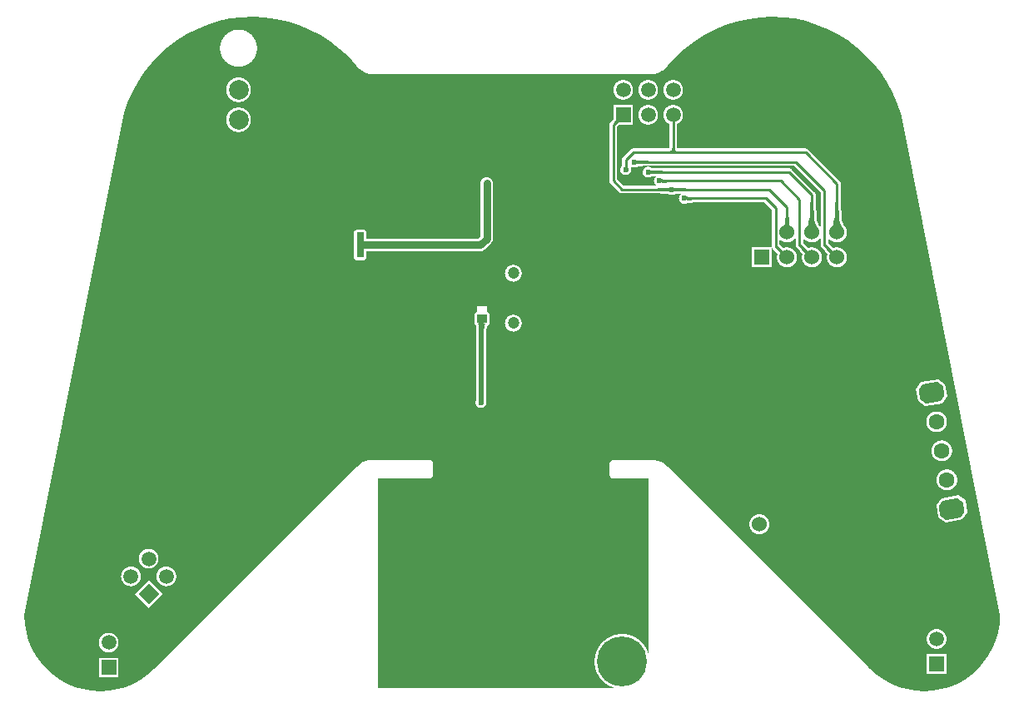
<source format=gbl>
G04 Layer_Physical_Order=2*
G04 Layer_Color=16711680*
%FSLAX25Y25*%
%MOIN*%
G70*
G01*
G75*
G04:AMPARAMS|DCode=18|XSize=39.37mil|YSize=35.43mil|CornerRadius=1.77mil|HoleSize=0mil|Usage=FLASHONLY|Rotation=0.000|XOffset=0mil|YOffset=0mil|HoleType=Round|Shape=RoundedRectangle|*
%AMROUNDEDRECTD18*
21,1,0.03937,0.03189,0,0,0.0*
21,1,0.03583,0.03543,0,0,0.0*
1,1,0.00354,0.01791,-0.01595*
1,1,0.00354,-0.01791,-0.01595*
1,1,0.00354,-0.01791,0.01595*
1,1,0.00354,0.01791,0.01595*
%
%ADD18ROUNDEDRECTD18*%
%ADD21R,0.04724X0.19685*%
%ADD28C,0.01000*%
%ADD29C,0.03000*%
%ADD30C,0.02000*%
%ADD38C,0.01969*%
%ADD39C,0.05906*%
%ADD40R,0.05906X0.05906*%
%ADD41P,0.08352X4X90.0*%
%ADD42C,0.07874*%
%ADD43R,0.05906X0.05906*%
%ADD44R,0.06000X0.06000*%
%ADD45C,0.06000*%
G04:AMPARAMS|DCode=46|XSize=98.43mil|YSize=78.74mil|CornerRadius=0mil|HoleSize=0mil|Usage=FLASHONLY|Rotation=10.000|XOffset=0mil|YOffset=0mil|HoleType=Round|Shape=Octagon|*
%AMOCTAGOND46*
4,1,8,0.05188,-0.01084,0.04505,0.02793,0.02224,0.04390,-0.03592,0.03365,-0.05188,0.01084,-0.04505,-0.02793,-0.02224,-0.04390,0.03592,-0.03365,0.05188,-0.01084,0.0*
%
%ADD46OCTAGOND46*%

%ADD47C,0.06299*%
%ADD48C,0.04724*%
%ADD49C,0.20000*%
%ADD50C,0.05000*%
%ADD51C,0.02362*%
%ADD52R,0.02953X0.10039*%
%ADD53R,0.07000X0.10000*%
G36*
X261928Y409070D02*
X266628Y408442D01*
X271253Y407402D01*
X275770Y405958D01*
X280140Y404120D01*
X284331Y401903D01*
X288311Y399324D01*
X292046Y396404D01*
X295509Y393165D01*
X298717Y389584D01*
X298726Y389575D01*
X298734Y389565D01*
X298751Y389548D01*
X298767Y389530D01*
X298776Y389522D01*
X298786Y389512D01*
X300028Y388297D01*
X300042Y388285D01*
X300055Y388272D01*
X300069Y388260D01*
X300082Y388247D01*
X300096Y388235D01*
X300110Y388223D01*
X300125Y388211D01*
X300138Y388200D01*
X300153Y388189D01*
X300168Y388177D01*
X300182Y388166D01*
X300197Y388155D01*
X300213Y388144D01*
X300227Y388134D01*
X300243Y388124D01*
X300258Y388113D01*
X300274Y388104D01*
X300289Y388093D01*
X301768Y387181D01*
X301784Y387172D01*
X301800Y387162D01*
X301816Y387153D01*
X301832Y387144D01*
X301848Y387135D01*
X301865Y387126D01*
X301881Y387118D01*
X301897Y387110D01*
X301914Y387102D01*
X301931Y387094D01*
X301947Y387087D01*
X301964Y387079D01*
X301981Y387072D01*
X301998Y387065D01*
X302015Y387058D01*
X302032Y387052D01*
X302050Y387046D01*
X302067Y387039D01*
X303711Y386473D01*
X303728Y386468D01*
X303746Y386461D01*
X303763Y386456D01*
X303781Y386451D01*
X303799Y386446D01*
X303817Y386441D01*
X303834Y386437D01*
X303852Y386432D01*
X303870Y386428D01*
X303888Y386424D01*
X303906Y386421D01*
X303924Y386417D01*
X303943Y386414D01*
X303961Y386410D01*
X303978Y386408D01*
X303997Y386405D01*
X304015Y386403D01*
X304034Y386401D01*
X305761Y386209D01*
X305770Y386208D01*
X305779Y386207D01*
X305806Y386205D01*
X305834Y386202D01*
X305843Y386202D01*
X305853Y386201D01*
X305880Y386201D01*
X305908Y386200D01*
X305917Y386200D01*
X305926Y386199D01*
X416269D01*
X416278Y386200D01*
X416287Y386200D01*
X416315Y386201D01*
X416342Y386201D01*
X416352Y386202D01*
X416361Y386202D01*
X416389Y386205D01*
X416416Y386207D01*
X416425Y386208D01*
X416434Y386209D01*
X418161Y386401D01*
X418180Y386403D01*
X418198Y386405D01*
X418217Y386408D01*
X418234Y386410D01*
X418253Y386414D01*
X418271Y386417D01*
X418289Y386421D01*
X418307Y386424D01*
X418325Y386428D01*
X418343Y386432D01*
X418361Y386437D01*
X418378Y386441D01*
X418396Y386446D01*
X418414Y386451D01*
X418432Y386456D01*
X418449Y386461D01*
X418467Y386468D01*
X418485Y386473D01*
X420128Y387039D01*
X420145Y387046D01*
X420163Y387052D01*
X420180Y387058D01*
X420197Y387065D01*
X420214Y387072D01*
X420231Y387079D01*
X420248Y387087D01*
X420264Y387094D01*
X420281Y387102D01*
X420298Y387110D01*
X420314Y387118D01*
X420331Y387126D01*
X420347Y387135D01*
X420363Y387144D01*
X420379Y387153D01*
X420395Y387162D01*
X420411Y387171D01*
X420427Y387181D01*
X421906Y388093D01*
X421921Y388104D01*
X421937Y388113D01*
X421952Y388124D01*
X421968Y388134D01*
X421983Y388144D01*
X421998Y388155D01*
X422013Y388166D01*
X422027Y388177D01*
X422042Y388189D01*
X422057Y388200D01*
X422070Y388211D01*
X422085Y388223D01*
X422099Y388235D01*
X422113Y388247D01*
X422126Y388260D01*
X422140Y388272D01*
X422153Y388284D01*
X422167Y388297D01*
X423410Y389512D01*
X423419Y389522D01*
X423428Y389530D01*
X423444Y389548D01*
X423461Y389565D01*
X423469Y389575D01*
X423478Y389584D01*
X426686Y393165D01*
X430149Y396404D01*
X433885Y399324D01*
X437864Y401903D01*
X442055Y404120D01*
X446425Y405958D01*
X450942Y407402D01*
X455568Y408442D01*
X460267Y409070D01*
X465005Y409279D01*
X469609Y409081D01*
X474180Y408489D01*
X478683Y407505D01*
X483085Y406139D01*
X487353Y404400D01*
X491456Y402300D01*
X495364Y399856D01*
X499047Y397085D01*
X502479Y394009D01*
X505633Y390648D01*
X508488Y387030D01*
X511021Y383179D01*
X513214Y379125D01*
X515051Y374898D01*
X516518Y370529D01*
X517612Y366019D01*
X556439Y169385D01*
X556254Y166084D01*
X555682Y162721D01*
X554738Y159443D01*
X553433Y156292D01*
X551783Y153306D01*
X549809Y150524D01*
X547536Y147981D01*
X544992Y145708D01*
X542210Y143734D01*
X539224Y142084D01*
X536073Y140778D01*
X532795Y139834D01*
X529432Y139263D01*
X526026Y139071D01*
X522620Y139263D01*
X519257Y139834D01*
X515979Y140778D01*
X512828Y142084D01*
X509842Y143734D01*
X507060Y145708D01*
X504486Y148009D01*
X423520Y228974D01*
X423502Y228992D01*
X423485Y229009D01*
X423476Y229017D01*
X423467Y229025D01*
X423448Y229041D01*
X423430Y229058D01*
X423420Y229065D01*
X423411Y229073D01*
X423392Y229088D01*
X423372Y229104D01*
X421742Y230355D01*
X421732Y230363D01*
X421722Y230370D01*
X421702Y230384D01*
X421682Y230399D01*
X421672Y230405D01*
X421662Y230412D01*
X421641Y230426D01*
X421621Y230439D01*
X421610Y230445D01*
X421600Y230452D01*
X421578Y230464D01*
X421557Y230476D01*
X421546Y230482D01*
X421535Y230488D01*
X421514Y230499D01*
X421492Y230510D01*
X421481Y230516D01*
X421470Y230521D01*
X421447Y230531D01*
X421425Y230541D01*
X421414Y230546D01*
X421402Y230551D01*
X419503Y231338D01*
X419491Y231342D01*
X419481Y231347D01*
X419458Y231355D01*
X419435Y231364D01*
X419423Y231368D01*
X419411Y231372D01*
X419387Y231380D01*
X419365Y231387D01*
X419353Y231391D01*
X419341Y231394D01*
X419317Y231400D01*
X419294Y231407D01*
X419282Y231410D01*
X419270Y231413D01*
X419246Y231418D01*
X419222Y231423D01*
X419210Y231425D01*
X419198Y231428D01*
X419174Y231431D01*
X419149Y231436D01*
X419137Y231437D01*
X419125Y231439D01*
X418207Y231560D01*
X418157Y231574D01*
X418085Y231590D01*
X418013Y231602D01*
X417940Y231611D01*
X417866Y231617D01*
X417793Y231619D01*
X401575D01*
X401501Y231617D01*
X401428Y231611D01*
X401355Y231602D01*
X401282Y231590D01*
X401210Y231574D01*
X401139Y231554D01*
X401069Y231531D01*
X401001Y231504D01*
X400933Y231474D01*
X400868Y231441D01*
X400803Y231405D01*
X400741Y231366D01*
X400681Y231323D01*
X400623Y231278D01*
X400567Y231230D01*
X400514Y231179D01*
X400463Y231126D01*
X400415Y231070D01*
X400370Y231012D01*
X400327Y230952D01*
X400288Y230890D01*
X400251Y230825D01*
X400218Y230760D01*
X400189Y230692D01*
X400162Y230624D01*
X400139Y230554D01*
X400119Y230483D01*
X400103Y230411D01*
X400091Y230338D01*
X400082Y230265D01*
X400076Y230192D01*
X400074Y230118D01*
Y225689D01*
X400076Y225615D01*
X400082Y225542D01*
X400091Y225469D01*
X400103Y225396D01*
X400119Y225324D01*
X400139Y225253D01*
X400162Y225184D01*
X400189Y225115D01*
X400218Y225047D01*
X400251Y224982D01*
X400288Y224918D01*
X400327Y224855D01*
X400370Y224795D01*
X400415Y224737D01*
X400463Y224681D01*
X400514Y224628D01*
X400567Y224577D01*
X400623Y224529D01*
X400681Y224484D01*
X400741Y224441D01*
X400803Y224402D01*
X400868Y224366D01*
X400933Y224333D01*
X401001Y224303D01*
X401069Y224276D01*
X401139Y224253D01*
X401210Y224234D01*
X401282Y224217D01*
X401355Y224205D01*
X401428Y224196D01*
X401501Y224190D01*
X401575Y224188D01*
X415527D01*
Y154376D01*
X415523Y154376D01*
X415506Y154429D01*
X415440Y154623D01*
X415371Y154817D01*
X415297Y155009D01*
X415220Y155200D01*
X415140Y155389D01*
X415056Y155577D01*
X414968Y155763D01*
X414877Y155948D01*
X414783Y156130D01*
X414685Y156311D01*
X414584Y156490D01*
X414479Y156668D01*
X414371Y156843D01*
X414260Y157016D01*
X414146Y157187D01*
X414029Y157356D01*
X413908Y157522D01*
X413784Y157687D01*
X413658Y157849D01*
X413528Y158009D01*
X413395Y158166D01*
X413260Y158320D01*
X413121Y158472D01*
X412980Y158622D01*
X412836Y158769D01*
X412689Y158913D01*
X412539Y159054D01*
X412387Y159193D01*
X412233Y159328D01*
X412075Y159461D01*
X411916Y159591D01*
X411754Y159717D01*
X411589Y159841D01*
X411423Y159962D01*
X411254Y160079D01*
X411083Y160194D01*
X410910Y160304D01*
X410735Y160412D01*
X410557Y160517D01*
X410378Y160618D01*
X410197Y160716D01*
X410014Y160810D01*
X409830Y160901D01*
X409644Y160989D01*
X409456Y161073D01*
X409267Y161153D01*
X409076Y161230D01*
X408884Y161304D01*
X408690Y161373D01*
X408496Y161440D01*
X408299Y161502D01*
X408102Y161561D01*
X407904Y161616D01*
X407705Y161667D01*
X407505Y161715D01*
X407304Y161759D01*
X407102Y161799D01*
X406900Y161835D01*
X406697Y161868D01*
X406493Y161897D01*
X406289Y161922D01*
X406084Y161943D01*
X405879Y161960D01*
X405674Y161973D01*
X405468Y161983D01*
X405263Y161989D01*
X405057Y161991D01*
X404851Y161989D01*
X404646Y161983D01*
X404440Y161973D01*
X404235Y161960D01*
X404030Y161943D01*
X403825Y161922D01*
X403621Y161897D01*
X403417Y161868D01*
X403214Y161835D01*
X403012Y161799D01*
X402810Y161759D01*
X402609Y161715D01*
X402409Y161667D01*
X402210Y161616D01*
X402012Y161561D01*
X401815Y161502D01*
X401619Y161440D01*
X401424Y161373D01*
X401230Y161304D01*
X401038Y161230D01*
X400847Y161153D01*
X400658Y161073D01*
X400470Y160989D01*
X400284Y160901D01*
X400100Y160810D01*
X399917Y160716D01*
X399736Y160618D01*
X399557Y160517D01*
X399380Y160412D01*
X399204Y160304D01*
X399031Y160194D01*
X398860Y160079D01*
X398691Y159962D01*
X398525Y159841D01*
X398360Y159717D01*
X398198Y159591D01*
X398039Y159461D01*
X397882Y159328D01*
X397727Y159193D01*
X397575Y159054D01*
X397425Y158913D01*
X397279Y158769D01*
X397134Y158622D01*
X396993Y158472D01*
X396855Y158320D01*
X396719Y158166D01*
X396586Y158009D01*
X396457Y157849D01*
X396330Y157687D01*
X396206Y157522D01*
X396086Y157356D01*
X395968Y157187D01*
X395854Y157016D01*
X395743Y156843D01*
X395635Y156668D01*
X395530Y156490D01*
X395429Y156311D01*
X395331Y156130D01*
X395237Y155948D01*
X395146Y155763D01*
X395058Y155577D01*
X394974Y155389D01*
X394894Y155200D01*
X394817Y155009D01*
X394744Y154817D01*
X394674Y154623D01*
X394608Y154429D01*
X394545Y154233D01*
X394486Y154035D01*
X394431Y153837D01*
X394380Y153638D01*
X394332Y153438D01*
X394288Y153237D01*
X394248Y153035D01*
X394212Y152833D01*
X394180Y152630D01*
X394151Y152426D01*
X394126Y152222D01*
X394105Y152017D01*
X394087Y151812D01*
X394074Y151607D01*
X394064Y151401D01*
X394058Y151196D01*
X394057Y150990D01*
X394058Y150785D01*
X394064Y150579D01*
X394074Y150373D01*
X394087Y150168D01*
X394105Y149963D01*
X394126Y149759D01*
X394151Y149554D01*
X394180Y149351D01*
X394212Y149147D01*
X394248Y148945D01*
X394288Y148743D01*
X394332Y148542D01*
X394380Y148342D01*
X394431Y148143D01*
X394486Y147945D01*
X394545Y147748D01*
X394608Y147552D01*
X394674Y147357D01*
X394744Y147163D01*
X394817Y146971D01*
X394894Y146781D01*
X394974Y146591D01*
X395058Y146403D01*
X395146Y146217D01*
X395237Y146033D01*
X395331Y145850D01*
X395429Y145669D01*
X395530Y145490D01*
X395635Y145313D01*
X395743Y145138D01*
X395854Y144964D01*
X395968Y144793D01*
X396086Y144624D01*
X396206Y144458D01*
X396330Y144293D01*
X396457Y144132D01*
X396586Y143972D01*
X396719Y143815D01*
X396855Y143660D01*
X396993Y143508D01*
X397134Y143359D01*
X397279Y143212D01*
X397425Y143068D01*
X397575Y142926D01*
X397727Y142788D01*
X397882Y142652D01*
X398039Y142519D01*
X398198Y142390D01*
X398360Y142263D01*
X398525Y142139D01*
X398691Y142019D01*
X398860Y141901D01*
X399031Y141787D01*
X399204Y141676D01*
X399380Y141568D01*
X399557Y141463D01*
X399736Y141362D01*
X399917Y141264D01*
X400100Y141170D01*
X400284Y141079D01*
X400470Y140992D01*
X400658Y140908D01*
X400847Y140827D01*
X401038Y140750D01*
X401230Y140677D01*
X401424Y140607D01*
X401619Y140541D01*
X401807Y140481D01*
X401807Y140477D01*
X307209D01*
Y224188D01*
X327854D01*
X327928Y224190D01*
X328001Y224196D01*
X328075Y224205D01*
X328147Y224217D01*
X328219Y224234D01*
X328290Y224253D01*
X328360Y224276D01*
X328429Y224303D01*
X328496Y224333D01*
X328562Y224366D01*
X328626Y224402D01*
X328688Y224441D01*
X328748Y224484D01*
X328806Y224529D01*
X328862Y224577D01*
X328915Y224628D01*
X328966Y224681D01*
X329014Y224737D01*
X329060Y224795D01*
X329102Y224855D01*
X329141Y224918D01*
X329178Y224982D01*
X329211Y225047D01*
X329241Y225115D01*
X329267Y225184D01*
X329290Y225253D01*
X329310Y225324D01*
X329326Y225396D01*
X329339Y225469D01*
X329348Y225542D01*
X329353Y225615D01*
X329355Y225689D01*
Y230217D01*
X329353Y230290D01*
X329348Y230364D01*
X329339Y230437D01*
X329326Y230509D01*
X329310Y230581D01*
X329290Y230652D01*
X329267Y230722D01*
X329241Y230791D01*
X329211Y230858D01*
X329178Y230924D01*
X329141Y230988D01*
X329102Y231050D01*
X329060Y231110D01*
X329014Y231168D01*
X328966Y231224D01*
X328915Y231277D01*
X328862Y231328D01*
X328806Y231376D01*
X328748Y231422D01*
X328688Y231464D01*
X328626Y231504D01*
X328562Y231540D01*
X328496Y231573D01*
X328429Y231603D01*
X328360Y231629D01*
X328290Y231652D01*
X328219Y231672D01*
X328147Y231688D01*
X328075Y231701D01*
X328001Y231710D01*
X327928Y231715D01*
X327854Y231717D01*
X303907D01*
X303906Y231717D01*
X303833Y231715D01*
X303759Y231710D01*
X303686Y231701D01*
X303613Y231688D01*
X303542Y231672D01*
X303471Y231652D01*
X303401Y231629D01*
X303332Y231603D01*
X300793Y230551D01*
X300781Y230546D01*
X300770Y230541D01*
X300748Y230531D01*
X300725Y230521D01*
X300714Y230516D01*
X300703Y230510D01*
X300681Y230499D01*
X300660Y230488D01*
X300649Y230482D01*
X300638Y230476D01*
X300617Y230464D01*
X300595Y230452D01*
X300585Y230445D01*
X300575Y230439D01*
X300554Y230426D01*
X300533Y230412D01*
X300523Y230405D01*
X300513Y230399D01*
X300493Y230384D01*
X300473Y230370D01*
X300464Y230363D01*
X300453Y230355D01*
X298823Y229104D01*
X298803Y229088D01*
X298784Y229073D01*
X298775Y229065D01*
X298765Y229058D01*
X298747Y229041D01*
X298729Y229025D01*
X298720Y229017D01*
X298710Y229009D01*
X298693Y228992D01*
X298675Y228974D01*
X217710Y148009D01*
X215135Y145708D01*
X212353Y143734D01*
X209367Y142084D01*
X206216Y140778D01*
X202938Y139834D01*
X199575Y139263D01*
X196169Y139071D01*
X192763Y139263D01*
X189400Y139834D01*
X186122Y140778D01*
X182971Y142084D01*
X179985Y143734D01*
X177203Y145708D01*
X174660Y147981D01*
X172386Y150524D01*
X170413Y153306D01*
X168762Y156292D01*
X167457Y159443D01*
X166513Y162721D01*
X165941Y166084D01*
X165756Y169385D01*
X204583Y366019D01*
X205677Y370529D01*
X207144Y374898D01*
X208981Y379125D01*
X211174Y383179D01*
X213707Y387030D01*
X216562Y390648D01*
X219717Y394009D01*
X223148Y397085D01*
X226832Y399856D01*
X230739Y402300D01*
X234842Y404400D01*
X239110Y406139D01*
X243513Y407505D01*
X248015Y408489D01*
X252586Y409081D01*
X257190Y409279D01*
X261928Y409070D01*
D02*
G37*
%LPC*%
G36*
X350847Y345001D02*
X350748Y344999D01*
X350650Y344993D01*
X350553Y344983D01*
X350455Y344970D01*
X350359Y344952D01*
X350263Y344931D01*
X350168Y344907D01*
X350074Y344878D01*
X349981Y344846D01*
X349890Y344810D01*
X349800Y344771D01*
X349711Y344728D01*
X349625Y344682D01*
X349540Y344632D01*
X349457Y344579D01*
X349377Y344523D01*
X349298Y344464D01*
X349222Y344401D01*
X349149Y344336D01*
X349078Y344268D01*
X349010Y344197D01*
X348945Y344124D01*
X348883Y344048D01*
X348823Y343970D01*
X348767Y343889D01*
X348714Y343807D01*
X348665Y343722D01*
X348619Y343635D01*
X348576Y343547D01*
X348536Y343457D01*
X348500Y343366D01*
X348468Y343273D01*
X348440Y343179D01*
X348415Y343084D01*
X348394Y342988D01*
X348377Y342891D01*
X348363Y342794D01*
X348354Y342696D01*
X348348Y342598D01*
X348346Y342500D01*
Y321469D01*
X347193Y320315D01*
X302674D01*
Y322835D01*
X302672Y322895D01*
X302666Y322955D01*
X302657Y323015D01*
X302645Y323074D01*
X302628Y323132D01*
X302609Y323189D01*
X302586Y323245D01*
X302559Y323300D01*
X302529Y323352D01*
X302497Y323403D01*
X302461Y323452D01*
X302422Y323498D01*
X302381Y323542D01*
X302337Y323584D01*
X302290Y323622D01*
X302242Y323658D01*
X302191Y323691D01*
X302138Y323721D01*
X302084Y323747D01*
X302028Y323770D01*
X301971Y323790D01*
X301913Y323806D01*
X301854Y323819D01*
X301794Y323828D01*
X301734Y323833D01*
X301673Y323835D01*
X298721D01*
X298660Y323833D01*
X298600Y323828D01*
X298540Y323819D01*
X298481Y323806D01*
X298423Y323790D01*
X298366Y323770D01*
X298310Y323747D01*
X298255Y323721D01*
X298203Y323691D01*
X298152Y323658D01*
X298103Y323622D01*
X298057Y323584D01*
X298013Y323542D01*
X297972Y323498D01*
X297933Y323452D01*
X297897Y323403D01*
X297864Y323352D01*
X297835Y323300D01*
X297808Y323245D01*
X297785Y323189D01*
X297765Y323132D01*
X297749Y323074D01*
X297736Y323015D01*
X297727Y322955D01*
X297722Y322895D01*
X297720Y322835D01*
Y318253D01*
X297714Y318207D01*
X297704Y318110D01*
X297698Y318012D01*
X297696Y317913D01*
X297698Y317815D01*
X297704Y317717D01*
X297714Y317619D01*
X297720Y317574D01*
Y312795D01*
X297722Y312735D01*
X297727Y312675D01*
X297736Y312615D01*
X297749Y312556D01*
X297765Y312498D01*
X297785Y312440D01*
X297808Y312385D01*
X297835Y312330D01*
X297864Y312278D01*
X297897Y312227D01*
X297933Y312178D01*
X297972Y312132D01*
X298013Y312088D01*
X298057Y312046D01*
X298103Y312008D01*
X298152Y311972D01*
X298203Y311939D01*
X298255Y311909D01*
X298310Y311883D01*
X298366Y311860D01*
X298423Y311840D01*
X298481Y311824D01*
X298540Y311811D01*
X298600Y311802D01*
X298660Y311797D01*
X298721Y311795D01*
X301673D01*
X301734Y311797D01*
X301794Y311802D01*
X301854Y311811D01*
X301913Y311824D01*
X301971Y311840D01*
X302028Y311860D01*
X302084Y311883D01*
X302138Y311909D01*
X302191Y311939D01*
X302242Y311972D01*
X302290Y312008D01*
X302337Y312046D01*
X302381Y312088D01*
X302422Y312132D01*
X302461Y312178D01*
X302497Y312227D01*
X302529Y312278D01*
X302559Y312330D01*
X302586Y312385D01*
X302609Y312440D01*
X302628Y312498D01*
X302645Y312556D01*
X302657Y312615D01*
X302666Y312675D01*
X302672Y312735D01*
X302674Y312795D01*
Y315315D01*
X348228D01*
X348228Y315315D01*
X348326Y315316D01*
X348425Y315322D01*
X348522Y315332D01*
X348620Y315345D01*
X348716Y315363D01*
X348812Y315384D01*
X348907Y315408D01*
X349001Y315437D01*
X349094Y315469D01*
X349185Y315505D01*
X349275Y315544D01*
X349363Y315587D01*
X349450Y315633D01*
X349535Y315683D01*
X349618Y315736D01*
X349698Y315792D01*
X349776Y315851D01*
X349852Y315914D01*
X349926Y315979D01*
X349996Y316047D01*
X352614Y318665D01*
X352615Y318665D01*
X352683Y318736D01*
X352748Y318809D01*
X352810Y318885D01*
X352869Y318963D01*
X352925Y319044D01*
X352978Y319127D01*
X353028Y319211D01*
X353074Y319298D01*
X353117Y319386D01*
X353157Y319476D01*
X353192Y319568D01*
X353225Y319660D01*
X353253Y319754D01*
X353278Y319849D01*
X353299Y319945D01*
X353316Y320042D01*
X353330Y320139D01*
X353339Y320237D01*
X353345Y320335D01*
X353347Y320433D01*
X353347Y320434D01*
Y342500D01*
X353345Y342598D01*
X353339Y342696D01*
X353330Y342794D01*
X353316Y342891D01*
X353299Y342988D01*
X353278Y343084D01*
X353253Y343179D01*
X353225Y343273D01*
X353192Y343366D01*
X353157Y343457D01*
X353117Y343547D01*
X353074Y343635D01*
X353028Y343722D01*
X352978Y343807D01*
X352925Y343889D01*
X352869Y343970D01*
X352810Y344048D01*
X352748Y344124D01*
X352683Y344197D01*
X352615Y344268D01*
X352544Y344336D01*
X352470Y344401D01*
X352395Y344464D01*
X352316Y344523D01*
X352236Y344579D01*
X352153Y344632D01*
X352068Y344682D01*
X351982Y344728D01*
X351893Y344771D01*
X351803Y344810D01*
X351712Y344846D01*
X351619Y344878D01*
X351525Y344907D01*
X351430Y344931D01*
X351334Y344952D01*
X351238Y344970D01*
X351140Y344983D01*
X351043Y344993D01*
X350945Y344999D01*
X350847Y345001D01*
D02*
G37*
G36*
X535130Y227887D02*
X535004Y227886D01*
X534879Y227881D01*
X534754Y227872D01*
X534629Y227860D01*
X534505Y227844D01*
X534381Y227824D01*
X534258Y227800D01*
X534136Y227773D01*
X534014Y227742D01*
X533894Y227707D01*
X533775Y227669D01*
X533656Y227627D01*
X533539Y227582D01*
X533424Y227533D01*
X533310Y227480D01*
X533198Y227424D01*
X533087Y227365D01*
X532979Y227303D01*
X532872Y227237D01*
X532767Y227168D01*
X532665Y227096D01*
X532564Y227021D01*
X532466Y226943D01*
X532371Y226862D01*
X532278Y226778D01*
X532187Y226691D01*
X532099Y226602D01*
X532014Y226510D01*
X531932Y226415D01*
X531852Y226318D01*
X531776Y226219D01*
X531702Y226117D01*
X531632Y226013D01*
X531565Y225908D01*
X531501Y225800D01*
X531440Y225690D01*
X531383Y225579D01*
X531329Y225465D01*
X531279Y225351D01*
X531231Y225235D01*
X531188Y225117D01*
X531148Y224998D01*
X531112Y224878D01*
X531079Y224757D01*
X531050Y224635D01*
X531025Y224512D01*
X531003Y224389D01*
X530985Y224265D01*
X530971Y224140D01*
X530961Y224015D01*
X530955Y223890D01*
X530952Y223765D01*
X530953Y223639D01*
X530958Y223514D01*
X530966Y223389D01*
X530979Y223264D01*
X530995Y223140D01*
X531015Y223016D01*
X531039Y222893D01*
X531066Y222771D01*
X531097Y222649D01*
X531132Y222529D01*
X531170Y222410D01*
X531212Y222291D01*
X531257Y222175D01*
X531306Y222059D01*
X531358Y221945D01*
X531414Y221833D01*
X531473Y221722D01*
X531536Y221614D01*
X531602Y221507D01*
X531671Y221402D01*
X531743Y221300D01*
X531818Y221199D01*
X531896Y221101D01*
X531977Y221006D01*
X532061Y220913D01*
X532148Y220822D01*
X532237Y220734D01*
X532329Y220649D01*
X532424Y220567D01*
X532521Y220487D01*
X532620Y220411D01*
X532722Y220337D01*
X532825Y220267D01*
X532931Y220200D01*
X533039Y220136D01*
X533149Y220075D01*
X533260Y220018D01*
X533373Y219964D01*
X533488Y219914D01*
X533604Y219866D01*
X533722Y219823D01*
X533841Y219783D01*
X533961Y219747D01*
X534082Y219714D01*
X534204Y219685D01*
X534327Y219660D01*
X534450Y219638D01*
X534574Y219620D01*
X534699Y219606D01*
X534824Y219596D01*
X534949Y219590D01*
X535074Y219587D01*
X535199Y219588D01*
X535325Y219593D01*
X535450Y219601D01*
X535574Y219614D01*
X535699Y219630D01*
X535823Y219650D01*
X535946Y219673D01*
X536068Y219701D01*
X536190Y219732D01*
X536310Y219766D01*
X536429Y219805D01*
X536548Y219847D01*
X536664Y219892D01*
X536780Y219941D01*
X536894Y219993D01*
X537006Y220049D01*
X537116Y220109D01*
X537225Y220171D01*
X537332Y220237D01*
X537436Y220306D01*
X537539Y220378D01*
X537639Y220453D01*
X537737Y220531D01*
X537833Y220612D01*
X537926Y220696D01*
X538017Y220783D01*
X538105Y220872D01*
X538190Y220964D01*
X538272Y221059D01*
X538351Y221156D01*
X538428Y221255D01*
X538502Y221357D01*
X538572Y221460D01*
X538639Y221566D01*
X538703Y221674D01*
X538764Y221784D01*
X538821Y221895D01*
X538875Y222008D01*
X538925Y222123D01*
X538972Y222239D01*
X539016Y222357D01*
X539056Y222476D01*
X539092Y222596D01*
X539125Y222717D01*
X539154Y222839D01*
X539179Y222961D01*
X539200Y223085D01*
X539218Y223209D01*
X539232Y223334D01*
X539243Y223459D01*
X539249Y223584D01*
X539252Y223709D01*
X539251Y223834D01*
X539246Y223960D01*
X539237Y224085D01*
X539225Y224209D01*
X539209Y224334D01*
X539189Y224458D01*
X539165Y224581D01*
X539138Y224703D01*
X539107Y224824D01*
X539072Y224945D01*
X539034Y225064D01*
X538992Y225182D01*
X538947Y225299D01*
X538898Y225415D01*
X538845Y225529D01*
X538790Y225641D01*
X538730Y225751D01*
X538668Y225860D01*
X538602Y225967D01*
X538533Y226071D01*
X538461Y226174D01*
X538386Y226274D01*
X538308Y226372D01*
X538227Y226468D01*
X538143Y226561D01*
X538056Y226652D01*
X537967Y226740D01*
X537875Y226825D01*
X537780Y226907D01*
X537683Y226987D01*
X537584Y227063D01*
X537482Y227136D01*
X537379Y227207D01*
X537273Y227274D01*
X537165Y227338D01*
X537055Y227399D01*
X536944Y227456D01*
X536831Y227510D01*
X536716Y227560D01*
X536600Y227607D01*
X536482Y227651D01*
X536363Y227691D01*
X536243Y227727D01*
X536122Y227760D01*
X536000Y227789D01*
X535877Y227814D01*
X535754Y227835D01*
X535630Y227853D01*
X535505Y227867D01*
X535380Y227878D01*
X535255Y227884D01*
X535130Y227887D01*
D02*
G37*
G36*
X425500Y373953D02*
X425376Y373951D01*
X425252Y373945D01*
X425128Y373936D01*
X425004Y373922D01*
X424882Y373905D01*
X424759Y373883D01*
X424638Y373858D01*
X424517Y373829D01*
X424397Y373796D01*
X424278Y373760D01*
X424161Y373720D01*
X424045Y373676D01*
X423930Y373628D01*
X423817Y373577D01*
X423705Y373522D01*
X423596Y373464D01*
X423488Y373403D01*
X423382Y373338D01*
X423278Y373270D01*
X423176Y373198D01*
X423077Y373124D01*
X422980Y373046D01*
X422886Y372965D01*
X422794Y372882D01*
X422705Y372795D01*
X422618Y372706D01*
X422535Y372614D01*
X422454Y372520D01*
X422376Y372423D01*
X422302Y372324D01*
X422230Y372222D01*
X422162Y372118D01*
X422097Y372012D01*
X422036Y371904D01*
X421978Y371795D01*
X421923Y371683D01*
X421872Y371570D01*
X421824Y371455D01*
X421780Y371339D01*
X421740Y371222D01*
X421704Y371103D01*
X421671Y370983D01*
X421642Y370862D01*
X421617Y370741D01*
X421595Y370618D01*
X421578Y370496D01*
X421564Y370372D01*
X421555Y370248D01*
X421549Y370124D01*
X421547Y370000D01*
X421549Y369876D01*
X421555Y369752D01*
X421564Y369628D01*
X421578Y369504D01*
X421595Y369382D01*
X421617Y369259D01*
X421642Y369138D01*
X421671Y369017D01*
X421704Y368897D01*
X421740Y368778D01*
X421780Y368661D01*
X421824Y368545D01*
X421872Y368430D01*
X421923Y368317D01*
X421978Y368205D01*
X422036Y368095D01*
X422097Y367988D01*
X422162Y367882D01*
X422230Y367778D01*
X422302Y367676D01*
X422376Y367577D01*
X422454Y367480D01*
X422535Y367386D01*
X422618Y367294D01*
X422705Y367205D01*
X422794Y367118D01*
X422886Y367035D01*
X422980Y366954D01*
X423077Y366876D01*
X423176Y366802D01*
X423278Y366730D01*
X423382Y366662D01*
X423488Y366597D01*
X423596Y366536D01*
X423705Y366478D01*
X423817Y366423D01*
X423930Y366372D01*
X424000Y366343D01*
Y356526D01*
X423998Y356502D01*
X423973Y356501D01*
X409500D01*
X409426Y356499D01*
X409353Y356493D01*
X409280Y356484D01*
X409207Y356472D01*
X409135Y356455D01*
X409064Y356436D01*
X408994Y356413D01*
X408926Y356386D01*
X408858Y356356D01*
X408793Y356323D01*
X408729Y356287D01*
X408666Y356248D01*
X408606Y356205D01*
X408548Y356160D01*
X408492Y356112D01*
X408439Y356061D01*
X405439Y353061D01*
X405388Y353008D01*
X405340Y352952D01*
X405295Y352894D01*
X405252Y352834D01*
X405213Y352771D01*
X405177Y352707D01*
X405144Y352642D01*
X405114Y352574D01*
X405087Y352505D01*
X405064Y352436D01*
X405045Y352365D01*
X405028Y352293D01*
X405016Y352220D01*
X405007Y352147D01*
X405001Y352074D01*
X404999Y352000D01*
Y349583D01*
X404957Y349543D01*
X404895Y349478D01*
X404835Y349410D01*
X404778Y349340D01*
X404725Y349268D01*
X404674Y349193D01*
X404626Y349117D01*
X404581Y349038D01*
X404540Y348958D01*
X404502Y348876D01*
X404468Y348793D01*
X404437Y348708D01*
X404409Y348622D01*
X404385Y348535D01*
X404365Y348448D01*
X404348Y348359D01*
X404335Y348270D01*
X404326Y348180D01*
X404320Y348090D01*
X404318Y348000D01*
X404320Y347910D01*
X404326Y347820D01*
X404335Y347730D01*
X404348Y347641D01*
X404365Y347552D01*
X404385Y347464D01*
X404409Y347377D01*
X404437Y347292D01*
X404468Y347207D01*
X404502Y347124D01*
X404540Y347042D01*
X404581Y346962D01*
X404626Y346883D01*
X404674Y346807D01*
X404725Y346732D01*
X404778Y346660D01*
X404835Y346590D01*
X404895Y346522D01*
X404957Y346457D01*
X405022Y346395D01*
X405090Y346335D01*
X405160Y346278D01*
X405232Y346224D01*
X405307Y346174D01*
X405383Y346126D01*
X405462Y346081D01*
X405542Y346040D01*
X405624Y346002D01*
X405707Y345968D01*
X405792Y345937D01*
X405877Y345909D01*
X405965Y345885D01*
X406052Y345865D01*
X406141Y345848D01*
X406230Y345835D01*
X406320Y345826D01*
X406410Y345820D01*
X406500Y345818D01*
X406590Y345820D01*
X406680Y345826D01*
X406770Y345835D01*
X406859Y345848D01*
X406948Y345865D01*
X407035Y345885D01*
X407123Y345909D01*
X407208Y345937D01*
X407293Y345968D01*
X407376Y346002D01*
X407458Y346040D01*
X407538Y346081D01*
X407617Y346126D01*
X407693Y346174D01*
X407768Y346224D01*
X407840Y346278D01*
X407910Y346335D01*
X407977Y346395D01*
X408043Y346457D01*
X408105Y346522D01*
X408165Y346590D01*
X408222Y346660D01*
X408276Y346732D01*
X408326Y346807D01*
X408374Y346883D01*
X408419Y346962D01*
X408460Y347042D01*
X408498Y347124D01*
X408532Y347207D01*
X408563Y347292D01*
X408591Y347377D01*
X408615Y347464D01*
X408635Y347552D01*
X408652Y347641D01*
X408665Y347730D01*
X408674Y347820D01*
X408680Y347910D01*
X408682Y348000D01*
X408680Y348090D01*
X408674Y348180D01*
X408665Y348270D01*
X408652Y348359D01*
X408635Y348448D01*
X408615Y348535D01*
X408591Y348622D01*
X408563Y348708D01*
X408532Y348793D01*
X408498Y348876D01*
X408460Y348958D01*
X408419Y349038D01*
X408374Y349117D01*
X408326Y349193D01*
X408276Y349268D01*
X408222Y349340D01*
X408165Y349410D01*
X408105Y349478D01*
X408043Y349543D01*
X408001Y349583D01*
Y350118D01*
X408004Y350119D01*
X408040Y350042D01*
X408081Y349962D01*
X408126Y349883D01*
X408174Y349807D01*
X408224Y349732D01*
X408278Y349660D01*
X408335Y349590D01*
X408395Y349522D01*
X408457Y349457D01*
X408523Y349395D01*
X408590Y349335D01*
X408660Y349278D01*
X408732Y349224D01*
X408807Y349174D01*
X408883Y349126D01*
X408962Y349081D01*
X409042Y349040D01*
X409124Y349002D01*
X409207Y348968D01*
X409292Y348937D01*
X409377Y348909D01*
X409465Y348885D01*
X409552Y348865D01*
X409641Y348848D01*
X409730Y348835D01*
X409820Y348826D01*
X409910Y348820D01*
X410000Y348818D01*
X410090Y348820D01*
X410180Y348826D01*
X410270Y348835D01*
X410359Y348848D01*
X410448Y348865D01*
X410535Y348885D01*
X410623Y348909D01*
X410708Y348937D01*
X410793Y348968D01*
X410876Y349002D01*
X410958Y349040D01*
X411038Y349081D01*
X411117Y349126D01*
X411193Y349174D01*
X411268Y349224D01*
X411310Y349256D01*
X414946Y349496D01*
X415798Y349500D01*
X473878D01*
X484500Y338878D01*
Y324930D01*
X484496Y324929D01*
X484436Y325026D01*
X484367Y325131D01*
X484295Y325234D01*
X484219Y325335D01*
X484141Y325433D01*
X484059Y325528D01*
X483975Y325621D01*
X483920Y325677D01*
X483722Y325944D01*
X483521Y326391D01*
X483313Y327085D01*
X483127Y327967D01*
X482574Y335727D01*
X482559Y337845D01*
Y337942D01*
X482557Y338015D01*
X482551Y338089D01*
X482543Y338162D01*
X482530Y338234D01*
X482514Y338306D01*
X482494Y338377D01*
X482471Y338447D01*
X482444Y338516D01*
X482415Y338583D01*
X482381Y338649D01*
X482345Y338713D01*
X482306Y338775D01*
X482263Y338836D01*
X482218Y338894D01*
X482170Y338949D01*
X482119Y339003D01*
X473061Y348061D01*
X473008Y348112D01*
X472952Y348160D01*
X472894Y348205D01*
X472834Y348248D01*
X472771Y348287D01*
X472707Y348323D01*
X472642Y348356D01*
X472574Y348386D01*
X472506Y348413D01*
X472436Y348436D01*
X472365Y348456D01*
X472293Y348472D01*
X472220Y348484D01*
X472147Y348493D01*
X472074Y348499D01*
X472000Y348500D01*
X421301D01*
X418938Y348530D01*
X417374Y348615D01*
X417068Y348651D01*
X416889Y348682D01*
X416840Y348722D01*
X416768Y348776D01*
X416693Y348826D01*
X416617Y348874D01*
X416538Y348919D01*
X416458Y348960D01*
X416376Y348998D01*
X416293Y349032D01*
X416208Y349063D01*
X416122Y349091D01*
X416036Y349115D01*
X415948Y349135D01*
X415859Y349152D01*
X415770Y349165D01*
X415680Y349174D01*
X415590Y349180D01*
X415500Y349182D01*
X415410Y349180D01*
X415320Y349174D01*
X415230Y349165D01*
X415141Y349152D01*
X415052Y349135D01*
X414964Y349115D01*
X414878Y349091D01*
X414792Y349063D01*
X414707Y349032D01*
X414624Y348998D01*
X414542Y348960D01*
X414462Y348919D01*
X414383Y348874D01*
X414307Y348826D01*
X414232Y348776D01*
X414160Y348722D01*
X414090Y348665D01*
X414022Y348605D01*
X413957Y348543D01*
X413895Y348478D01*
X413835Y348410D01*
X413778Y348340D01*
X413725Y348268D01*
X413674Y348193D01*
X413626Y348117D01*
X413581Y348038D01*
X413540Y347958D01*
X413502Y347876D01*
X413468Y347793D01*
X413437Y347708D01*
X413409Y347622D01*
X413385Y347535D01*
X413365Y347448D01*
X413348Y347359D01*
X413335Y347270D01*
X413326Y347180D01*
X413320Y347090D01*
X413318Y347000D01*
X413320Y346910D01*
X413326Y346820D01*
X413335Y346730D01*
X413348Y346641D01*
X413365Y346552D01*
X413385Y346464D01*
X413409Y346377D01*
X413437Y346292D01*
X413468Y346207D01*
X413502Y346124D01*
X413540Y346042D01*
X413581Y345962D01*
X413626Y345883D01*
X413674Y345807D01*
X413725Y345732D01*
X413778Y345660D01*
X413835Y345590D01*
X413895Y345522D01*
X413957Y345457D01*
X414022Y345395D01*
X414090Y345335D01*
X414160Y345278D01*
X414232Y345224D01*
X414307Y345174D01*
X414383Y345126D01*
X414462Y345081D01*
X414542Y345040D01*
X414624Y345002D01*
X414707Y344968D01*
X414792Y344937D01*
X414878Y344909D01*
X414964Y344885D01*
X415052Y344865D01*
X415141Y344848D01*
X415230Y344835D01*
X415320Y344826D01*
X415410Y344820D01*
X415500Y344818D01*
X415590Y344820D01*
X415680Y344826D01*
X415770Y344835D01*
X415859Y344848D01*
X415948Y344865D01*
X416036Y344885D01*
X416122Y344909D01*
X416208Y344937D01*
X416293Y344968D01*
X416376Y345002D01*
X416458Y345040D01*
X416538Y345081D01*
X416617Y345126D01*
X416693Y345174D01*
X416768Y345224D01*
X416810Y345256D01*
X418913Y345395D01*
X418914Y345391D01*
X418883Y345374D01*
X418807Y345326D01*
X418732Y345275D01*
X418660Y345222D01*
X418590Y345165D01*
X418523Y345105D01*
X418457Y345043D01*
X418395Y344977D01*
X418335Y344910D01*
X418278Y344840D01*
X418224Y344768D01*
X418174Y344693D01*
X418126Y344617D01*
X418081Y344538D01*
X418040Y344458D01*
X418002Y344376D01*
X417968Y344293D01*
X417937Y344208D01*
X417909Y344123D01*
X417885Y344036D01*
X417865Y343948D01*
X417848Y343859D01*
X417835Y343770D01*
X417826Y343680D01*
X417820Y343590D01*
X417818Y343500D01*
X417820Y343410D01*
X417826Y343320D01*
X417835Y343230D01*
X417848Y343141D01*
X417865Y343052D01*
X417885Y342965D01*
X417909Y342878D01*
X417937Y342792D01*
X417968Y342707D01*
X418002Y342624D01*
X418040Y342542D01*
X418081Y342462D01*
X418126Y342383D01*
X418174Y342307D01*
X418224Y342232D01*
X418278Y342160D01*
X418335Y342090D01*
X418395Y342022D01*
X418457Y341957D01*
X418523Y341895D01*
X418590Y341835D01*
X418660Y341778D01*
X418732Y341724D01*
X418807Y341674D01*
X418883Y341626D01*
X418962Y341581D01*
X419042Y341540D01*
X419119Y341504D01*
X419118Y341500D01*
X405621D01*
X403000Y344122D01*
Y365378D01*
X403254Y365632D01*
X403609Y365962D01*
X403716Y366047D01*
X409453D01*
Y373953D01*
X401547D01*
Y368219D01*
X401307Y367935D01*
X401138Y367760D01*
X400439Y367061D01*
X400388Y367008D01*
X400340Y366952D01*
X400295Y366894D01*
X400252Y366834D01*
X400213Y366771D01*
X400177Y366707D01*
X400144Y366641D01*
X400114Y366574D01*
X400087Y366506D01*
X400064Y366436D01*
X400044Y366365D01*
X400028Y366293D01*
X400016Y366220D01*
X400007Y366147D01*
X400001Y366074D01*
X399999Y366000D01*
Y343500D01*
X400001Y343426D01*
X400007Y343353D01*
X400016Y343280D01*
X400028Y343207D01*
X400044Y343135D01*
X400064Y343064D01*
X400087Y342994D01*
X400114Y342926D01*
X400144Y342859D01*
X400177Y342793D01*
X400213Y342729D01*
X400252Y342666D01*
X400295Y342606D01*
X400340Y342548D01*
X400388Y342492D01*
X400439Y342439D01*
X403939Y338939D01*
X403992Y338888D01*
X404048Y338840D01*
X404106Y338795D01*
X404166Y338752D01*
X404229Y338713D01*
X404293Y338677D01*
X404358Y338644D01*
X404426Y338614D01*
X404494Y338587D01*
X404564Y338564D01*
X404635Y338545D01*
X404707Y338528D01*
X404780Y338516D01*
X404853Y338507D01*
X404926Y338501D01*
X405000Y338499D01*
X419199D01*
X421562Y338471D01*
X423126Y338385D01*
X423432Y338349D01*
X423611Y338318D01*
X423660Y338278D01*
X423732Y338225D01*
X423807Y338174D01*
X423883Y338126D01*
X423962Y338081D01*
X424042Y338040D01*
X424124Y338002D01*
X424207Y337968D01*
X424292Y337937D01*
X424377Y337909D01*
X424465Y337885D01*
X424552Y337865D01*
X424641Y337848D01*
X424730Y337835D01*
X424820Y337826D01*
X424910Y337820D01*
X425000Y337818D01*
X425090Y337820D01*
X425180Y337826D01*
X425270Y337835D01*
X425359Y337848D01*
X425448Y337865D01*
X425535Y337885D01*
X425623Y337909D01*
X425708Y337937D01*
X425793Y337968D01*
X425876Y338002D01*
X425958Y338040D01*
X426038Y338081D01*
X426117Y338126D01*
X426193Y338174D01*
X426268Y338225D01*
X426310Y338256D01*
X428980Y338433D01*
X428981Y338429D01*
X428962Y338419D01*
X428883Y338374D01*
X428807Y338326D01*
X428732Y338276D01*
X428660Y338222D01*
X428590Y338165D01*
X428522Y338105D01*
X428457Y338043D01*
X428395Y337978D01*
X428335Y337910D01*
X428278Y337840D01*
X428225Y337768D01*
X428174Y337693D01*
X428126Y337617D01*
X428081Y337538D01*
X428040Y337458D01*
X428002Y337376D01*
X427968Y337293D01*
X427937Y337208D01*
X427909Y337123D01*
X427885Y337035D01*
X427865Y336948D01*
X427848Y336859D01*
X427835Y336770D01*
X427826Y336680D01*
X427820Y336590D01*
X427818Y336500D01*
X427820Y336410D01*
X427826Y336320D01*
X427835Y336230D01*
X427848Y336141D01*
X427865Y336052D01*
X427885Y335964D01*
X427909Y335877D01*
X427937Y335792D01*
X427968Y335707D01*
X428002Y335624D01*
X428040Y335542D01*
X428081Y335462D01*
X428126Y335383D01*
X428174Y335307D01*
X428225Y335232D01*
X428278Y335160D01*
X428335Y335090D01*
X428395Y335022D01*
X428457Y334957D01*
X428522Y334895D01*
X428590Y334835D01*
X428660Y334778D01*
X428732Y334724D01*
X428807Y334674D01*
X428883Y334626D01*
X428962Y334581D01*
X429042Y334540D01*
X429124Y334502D01*
X429207Y334468D01*
X429292Y334437D01*
X429378Y334409D01*
X429464Y334385D01*
X429552Y334365D01*
X429641Y334348D01*
X429730Y334335D01*
X429820Y334326D01*
X429910Y334320D01*
X430000Y334318D01*
X430090Y334320D01*
X430180Y334326D01*
X430270Y334335D01*
X430359Y334348D01*
X430448Y334365D01*
X430536Y334385D01*
X430622Y334409D01*
X430708Y334437D01*
X430793Y334468D01*
X430876Y334502D01*
X430958Y334540D01*
X431038Y334581D01*
X431117Y334626D01*
X431193Y334674D01*
X431268Y334724D01*
X431310Y334756D01*
X434946Y334996D01*
X435798Y334999D01*
X461878D01*
X464999Y331878D01*
Y317441D01*
X465001Y317367D01*
X465007Y317294D01*
X465016Y317221D01*
X465028Y317148D01*
X465044Y317076D01*
X465064Y317005D01*
X465087Y316935D01*
X465114Y316867D01*
X465144Y316799D01*
X465177Y316734D01*
X465213Y316670D01*
X465252Y316607D01*
X465295Y316547D01*
X465340Y316489D01*
X465388Y316433D01*
X465428Y316391D01*
X465435Y316384D01*
X466679Y315127D01*
X467359Y314405D01*
X467339Y314355D01*
X467294Y314238D01*
X467254Y314119D01*
X467217Y313999D01*
X467183Y313878D01*
X467154Y313755D01*
X467129Y313632D01*
X467107Y313509D01*
X467089Y313384D01*
X467075Y313259D01*
X467066Y313134D01*
X467060Y313008D01*
X467058Y312883D01*
X467060Y312757D01*
X467066Y312632D01*
X467075Y312506D01*
X467089Y312381D01*
X467107Y312257D01*
X467129Y312133D01*
X467154Y312010D01*
X467183Y311888D01*
X467217Y311767D01*
X467254Y311647D01*
X467294Y311528D01*
X467339Y311410D01*
X467387Y311294D01*
X467439Y311179D01*
X467494Y311067D01*
X467553Y310955D01*
X467615Y310846D01*
X467681Y310739D01*
X467750Y310634D01*
X467822Y310531D01*
X467897Y310431D01*
X467976Y310333D01*
X468057Y310237D01*
X468142Y310144D01*
X468229Y310054D01*
X468320Y309966D01*
X468413Y309882D01*
X468508Y309800D01*
X468606Y309722D01*
X468707Y309646D01*
X468810Y309574D01*
X468915Y309505D01*
X469022Y309439D01*
X469131Y309377D01*
X469242Y309318D01*
X469355Y309263D01*
X469469Y309211D01*
X469586Y309163D01*
X469703Y309119D01*
X469822Y309078D01*
X469942Y309041D01*
X470063Y309008D01*
X470186Y308979D01*
X470309Y308953D01*
X470433Y308931D01*
X470557Y308914D01*
X470682Y308900D01*
X470807Y308890D01*
X470933Y308884D01*
X471058Y308882D01*
X471184Y308884D01*
X471310Y308890D01*
X471435Y308900D01*
X471560Y308914D01*
X471684Y308931D01*
X471808Y308953D01*
X471931Y308979D01*
X472053Y309008D01*
X472174Y309041D01*
X472295Y309078D01*
X472413Y309119D01*
X472531Y309163D01*
X472647Y309211D01*
X472762Y309263D01*
X472874Y309318D01*
X472986Y309377D01*
X473095Y309439D01*
X473202Y309505D01*
X473307Y309574D01*
X473410Y309646D01*
X473510Y309722D01*
X473608Y309800D01*
X473704Y309882D01*
X473797Y309966D01*
X473887Y310054D01*
X473975Y310144D01*
X474059Y310237D01*
X474141Y310333D01*
X474219Y310431D01*
X474295Y310531D01*
X474367Y310634D01*
X474436Y310739D01*
X474502Y310846D01*
X474564Y310955D01*
X474623Y311067D01*
X474678Y311179D01*
X474730Y311294D01*
X474778Y311410D01*
X474822Y311528D01*
X474863Y311647D01*
X474900Y311767D01*
X474933Y311888D01*
X474962Y312010D01*
X474988Y312133D01*
X475009Y312257D01*
X475027Y312381D01*
X475041Y312506D01*
X475051Y312632D01*
X475057Y312757D01*
X475059Y312883D01*
X475057Y313008D01*
X475051Y313134D01*
X475041Y313259D01*
X475027Y313384D01*
X475009Y313509D01*
X474988Y313632D01*
X474962Y313755D01*
X474933Y313878D01*
X474900Y313999D01*
X474863Y314119D01*
X474822Y314238D01*
X474778Y314355D01*
X474730Y314472D01*
X474678Y314586D01*
X474623Y314699D01*
X474564Y314810D01*
X474502Y314919D01*
X474436Y315026D01*
X474367Y315131D01*
X474295Y315234D01*
X474219Y315335D01*
X474141Y315433D01*
X474059Y315528D01*
X473975Y315621D01*
X473887Y315711D01*
X473797Y315799D01*
X473704Y315883D01*
X473608Y315965D01*
X473510Y316044D01*
X473410Y316119D01*
X473307Y316191D01*
X473202Y316260D01*
X473095Y316326D01*
X472986Y316388D01*
X472874Y316447D01*
X472762Y316502D01*
X472647Y316554D01*
X472531Y316602D01*
X472413Y316647D01*
X472295Y316687D01*
X472174Y316724D01*
X472053Y316757D01*
X471931Y316787D01*
X471808Y316812D01*
X471684Y316834D01*
X471560Y316852D01*
X471435Y316865D01*
X471310Y316875D01*
X471184Y316881D01*
X471058Y316883D01*
X470933Y316881D01*
X470807Y316875D01*
X470682Y316865D01*
X470557Y316852D01*
X470433Y316834D01*
X470309Y316812D01*
X470186Y316787D01*
X470063Y316757D01*
X469942Y316724D01*
X469822Y316687D01*
X469703Y316647D01*
X469586Y316602D01*
X469579Y316600D01*
X468001Y318088D01*
Y320298D01*
X468004Y320300D01*
X468057Y320237D01*
X468142Y320144D01*
X468229Y320054D01*
X468320Y319966D01*
X468413Y319882D01*
X468508Y319800D01*
X468606Y319722D01*
X468707Y319646D01*
X468810Y319574D01*
X468915Y319505D01*
X469022Y319439D01*
X469131Y319377D01*
X469242Y319318D01*
X469355Y319263D01*
X469469Y319211D01*
X469586Y319163D01*
X469703Y319119D01*
X469822Y319078D01*
X469942Y319041D01*
X470063Y319008D01*
X470186Y318979D01*
X470309Y318953D01*
X470433Y318931D01*
X470557Y318914D01*
X470682Y318900D01*
X470807Y318890D01*
X470933Y318884D01*
X471058Y318882D01*
X471184Y318884D01*
X471310Y318890D01*
X471435Y318900D01*
X471560Y318914D01*
X471684Y318931D01*
X471808Y318953D01*
X471931Y318979D01*
X472053Y319008D01*
X472174Y319041D01*
X472295Y319078D01*
X472413Y319119D01*
X472531Y319163D01*
X472647Y319211D01*
X472762Y319263D01*
X472874Y319318D01*
X472986Y319377D01*
X473095Y319439D01*
X473202Y319505D01*
X473307Y319574D01*
X473410Y319646D01*
X473510Y319722D01*
X473608Y319800D01*
X473704Y319882D01*
X473797Y319966D01*
X473887Y320054D01*
X473975Y320144D01*
X474059Y320237D01*
X474141Y320333D01*
X474219Y320431D01*
X474295Y320531D01*
X474367Y320634D01*
X474436Y320739D01*
X474496Y320837D01*
X474500Y320835D01*
Y317941D01*
X474501Y317867D01*
X474507Y317794D01*
X474516Y317721D01*
X474528Y317648D01*
X474544Y317576D01*
X474564Y317505D01*
X474587Y317436D01*
X474614Y317367D01*
X474644Y317299D01*
X474677Y317234D01*
X474713Y317170D01*
X474752Y317107D01*
X474795Y317047D01*
X474840Y316989D01*
X474888Y316933D01*
X474924Y316896D01*
X474932Y316887D01*
X476419Y315371D01*
X477334Y314373D01*
X477342Y314363D01*
X477339Y314355D01*
X477294Y314238D01*
X477254Y314119D01*
X477217Y313999D01*
X477183Y313878D01*
X477154Y313755D01*
X477129Y313632D01*
X477107Y313509D01*
X477089Y313384D01*
X477075Y313259D01*
X477066Y313134D01*
X477060Y313008D01*
X477058Y312883D01*
X477060Y312757D01*
X477066Y312632D01*
X477075Y312506D01*
X477089Y312381D01*
X477107Y312257D01*
X477129Y312133D01*
X477154Y312010D01*
X477183Y311888D01*
X477217Y311767D01*
X477254Y311647D01*
X477294Y311528D01*
X477339Y311410D01*
X477387Y311294D01*
X477438Y311179D01*
X477494Y311067D01*
X477553Y310956D01*
X477615Y310846D01*
X477680Y310739D01*
X477749Y310634D01*
X477822Y310531D01*
X477897Y310431D01*
X477976Y310333D01*
X478057Y310237D01*
X478142Y310144D01*
X478230Y310054D01*
X478320Y309966D01*
X478413Y309882D01*
X478508Y309800D01*
X478606Y309722D01*
X478707Y309646D01*
X478810Y309574D01*
X478915Y309505D01*
X479022Y309439D01*
X479131Y309377D01*
X479242Y309318D01*
X479355Y309263D01*
X479469Y309211D01*
X479586Y309163D01*
X479703Y309119D01*
X479822Y309078D01*
X479942Y309041D01*
X480063Y309008D01*
X480186Y308979D01*
X480309Y308953D01*
X480433Y308931D01*
X480557Y308914D01*
X480682Y308900D01*
X480807Y308890D01*
X480933Y308884D01*
X481058Y308882D01*
X481184Y308884D01*
X481310Y308890D01*
X481435Y308900D01*
X481560Y308914D01*
X481684Y308931D01*
X481808Y308953D01*
X481931Y308979D01*
X482053Y309008D01*
X482174Y309041D01*
X482295Y309078D01*
X482413Y309119D01*
X482531Y309163D01*
X482647Y309211D01*
X482762Y309263D01*
X482874Y309318D01*
X482985Y309377D01*
X483095Y309439D01*
X483202Y309505D01*
X483307Y309574D01*
X483410Y309646D01*
X483510Y309722D01*
X483608Y309800D01*
X483704Y309882D01*
X483797Y309966D01*
X483887Y310054D01*
X483975Y310144D01*
X484059Y310237D01*
X484141Y310333D01*
X484219Y310431D01*
X484295Y310531D01*
X484367Y310634D01*
X484436Y310739D01*
X484502Y310846D01*
X484564Y310956D01*
X484623Y311067D01*
X484678Y311179D01*
X484730Y311294D01*
X484778Y311410D01*
X484822Y311528D01*
X484863Y311647D01*
X484900Y311767D01*
X484933Y311888D01*
X484962Y312010D01*
X484988Y312133D01*
X485009Y312257D01*
X485027Y312381D01*
X485041Y312506D01*
X485051Y312632D01*
X485057Y312757D01*
X485059Y312883D01*
X485057Y313008D01*
X485051Y313134D01*
X485041Y313259D01*
X485027Y313384D01*
X485009Y313509D01*
X484988Y313632D01*
X484962Y313755D01*
X484933Y313878D01*
X484900Y313999D01*
X484863Y314119D01*
X484822Y314238D01*
X484778Y314355D01*
X484730Y314472D01*
X484678Y314586D01*
X484623Y314699D01*
X484564Y314810D01*
X484502Y314919D01*
X484436Y315026D01*
X484367Y315131D01*
X484295Y315234D01*
X484219Y315335D01*
X484141Y315433D01*
X484059Y315528D01*
X483975Y315621D01*
X483887Y315711D01*
X483797Y315799D01*
X483704Y315883D01*
X483608Y315965D01*
X483510Y316044D01*
X483410Y316119D01*
X483307Y316191D01*
X483202Y316260D01*
X483095Y316326D01*
X482985Y316388D01*
X482874Y316447D01*
X482762Y316502D01*
X482647Y316554D01*
X482531Y316602D01*
X482413Y316647D01*
X482295Y316687D01*
X482174Y316724D01*
X482053Y316757D01*
X481931Y316787D01*
X481808Y316812D01*
X481684Y316834D01*
X481560Y316852D01*
X481435Y316865D01*
X481310Y316875D01*
X481184Y316881D01*
X481058Y316883D01*
X480933Y316881D01*
X480807Y316875D01*
X480682Y316865D01*
X480557Y316852D01*
X480433Y316834D01*
X480309Y316812D01*
X480186Y316787D01*
X480063Y316757D01*
X479942Y316724D01*
X479822Y316687D01*
X479703Y316647D01*
X479690Y316642D01*
X477500Y318609D01*
Y321046D01*
X477504Y321047D01*
X477553Y320955D01*
X477615Y320846D01*
X477680Y320739D01*
X477749Y320634D01*
X477822Y320531D01*
X477897Y320431D01*
X477976Y320333D01*
X478057Y320237D01*
X478142Y320144D01*
X478230Y320054D01*
X478320Y319967D01*
X478413Y319882D01*
X478508Y319800D01*
X478606Y319722D01*
X478707Y319646D01*
X478810Y319574D01*
X478915Y319505D01*
X479022Y319439D01*
X479131Y319377D01*
X479242Y319318D01*
X479355Y319263D01*
X479469Y319211D01*
X479586Y319163D01*
X479703Y319119D01*
X479822Y319078D01*
X479942Y319041D01*
X480063Y319008D01*
X480186Y318979D01*
X480309Y318953D01*
X480432Y318932D01*
X480557Y318914D01*
X480682Y318900D01*
X480807Y318890D01*
X480933Y318884D01*
X481058Y318882D01*
X481184Y318884D01*
X481309Y318890D01*
X481435Y318900D01*
X481560Y318914D01*
X481684Y318932D01*
X481808Y318953D01*
X481931Y318979D01*
X482053Y319008D01*
X482174Y319041D01*
X482295Y319078D01*
X482413Y319119D01*
X482531Y319163D01*
X482647Y319211D01*
X482762Y319263D01*
X482874Y319318D01*
X482985Y319377D01*
X483095Y319439D01*
X483202Y319505D01*
X483307Y319574D01*
X483410Y319646D01*
X483510Y319722D01*
X483608Y319800D01*
X483704Y319882D01*
X483797Y319967D01*
X483887Y320054D01*
X483975Y320144D01*
X484059Y320237D01*
X484141Y320333D01*
X484219Y320431D01*
X484295Y320531D01*
X484367Y320634D01*
X484436Y320739D01*
X484496Y320837D01*
X484500Y320836D01*
Y317941D01*
X484501Y317867D01*
X484507Y317794D01*
X484516Y317721D01*
X484528Y317648D01*
X484545Y317576D01*
X484564Y317505D01*
X484587Y317436D01*
X484614Y317367D01*
X484644Y317299D01*
X484677Y317234D01*
X484713Y317170D01*
X484752Y317107D01*
X484795Y317047D01*
X484840Y316989D01*
X484888Y316933D01*
X484924Y316896D01*
X484932Y316887D01*
X486419Y315371D01*
X487334Y314373D01*
X487342Y314363D01*
X487339Y314355D01*
X487294Y314238D01*
X487254Y314119D01*
X487217Y313999D01*
X487184Y313878D01*
X487154Y313755D01*
X487129Y313632D01*
X487107Y313509D01*
X487089Y313384D01*
X487076Y313259D01*
X487066Y313134D01*
X487060Y313008D01*
X487058Y312883D01*
X487060Y312757D01*
X487066Y312632D01*
X487076Y312506D01*
X487089Y312381D01*
X487107Y312257D01*
X487129Y312133D01*
X487154Y312010D01*
X487184Y311888D01*
X487217Y311767D01*
X487254Y311646D01*
X487294Y311527D01*
X487339Y311410D01*
X487387Y311294D01*
X487439Y311179D01*
X487494Y311067D01*
X487553Y310955D01*
X487615Y310846D01*
X487681Y310739D01*
X487750Y310634D01*
X487822Y310531D01*
X487897Y310431D01*
X487976Y310333D01*
X488058Y310237D01*
X488142Y310144D01*
X488230Y310054D01*
X488320Y309966D01*
X488413Y309882D01*
X488508Y309800D01*
X488606Y309722D01*
X488707Y309646D01*
X488810Y309574D01*
X488915Y309505D01*
X489022Y309439D01*
X489131Y309377D01*
X489242Y309318D01*
X489355Y309263D01*
X489469Y309211D01*
X489586Y309163D01*
X489703Y309119D01*
X489822Y309078D01*
X489942Y309041D01*
X490063Y309008D01*
X490186Y308979D01*
X490309Y308953D01*
X490433Y308931D01*
X490557Y308914D01*
X490682Y308900D01*
X490807Y308890D01*
X490933Y308884D01*
X491058Y308882D01*
X491184Y308884D01*
X491309Y308890D01*
X491435Y308900D01*
X491560Y308914D01*
X491684Y308931D01*
X491808Y308953D01*
X491931Y308979D01*
X492053Y309008D01*
X492174Y309041D01*
X492295Y309078D01*
X492413Y309119D01*
X492531Y309163D01*
X492647Y309211D01*
X492762Y309263D01*
X492874Y309318D01*
X492985Y309377D01*
X493095Y309439D01*
X493202Y309505D01*
X493307Y309574D01*
X493410Y309646D01*
X493510Y309722D01*
X493608Y309800D01*
X493704Y309882D01*
X493797Y309966D01*
X493887Y310054D01*
X493974Y310144D01*
X494059Y310237D01*
X494141Y310333D01*
X494219Y310431D01*
X494295Y310531D01*
X494367Y310634D01*
X494436Y310739D01*
X494502Y310846D01*
X494564Y310955D01*
X494623Y311067D01*
X494678Y311179D01*
X494730Y311294D01*
X494778Y311410D01*
X494822Y311527D01*
X494863Y311646D01*
X494900Y311767D01*
X494933Y311888D01*
X494962Y312010D01*
X494988Y312133D01*
X495010Y312257D01*
X495027Y312381D01*
X495041Y312506D01*
X495051Y312632D01*
X495057Y312757D01*
X495059Y312883D01*
X495057Y313008D01*
X495051Y313134D01*
X495041Y313259D01*
X495027Y313384D01*
X495010Y313509D01*
X494988Y313632D01*
X494962Y313755D01*
X494933Y313878D01*
X494900Y313999D01*
X494863Y314119D01*
X494822Y314238D01*
X494778Y314355D01*
X494730Y314471D01*
X494678Y314586D01*
X494623Y314699D01*
X494564Y314810D01*
X494502Y314919D01*
X494436Y315026D01*
X494367Y315131D01*
X494295Y315234D01*
X494219Y315335D01*
X494141Y315433D01*
X494059Y315528D01*
X493974Y315621D01*
X493887Y315711D01*
X493797Y315799D01*
X493704Y315883D01*
X493608Y315965D01*
X493510Y316044D01*
X493410Y316119D01*
X493307Y316191D01*
X493202Y316260D01*
X493095Y316326D01*
X492985Y316388D01*
X492874Y316447D01*
X492762Y316502D01*
X492647Y316554D01*
X492531Y316602D01*
X492413Y316647D01*
X492295Y316687D01*
X492174Y316724D01*
X492053Y316757D01*
X491931Y316787D01*
X491808Y316812D01*
X491684Y316834D01*
X491560Y316852D01*
X491435Y316865D01*
X491309Y316875D01*
X491184Y316881D01*
X491058Y316883D01*
X490933Y316881D01*
X490807Y316875D01*
X490682Y316865D01*
X490557Y316852D01*
X490433Y316834D01*
X490309Y316812D01*
X490186Y316787D01*
X490063Y316757D01*
X489942Y316724D01*
X489822Y316687D01*
X489703Y316647D01*
X489690Y316642D01*
X487500Y318609D01*
Y321046D01*
X487504Y321047D01*
X487553Y320955D01*
X487615Y320846D01*
X487681Y320739D01*
X487749Y320634D01*
X487822Y320531D01*
X487897Y320431D01*
X487976Y320333D01*
X488058Y320237D01*
X488142Y320144D01*
X488230Y320054D01*
X488320Y319966D01*
X488413Y319882D01*
X488508Y319800D01*
X488606Y319722D01*
X488707Y319646D01*
X488810Y319574D01*
X488915Y319505D01*
X489022Y319439D01*
X489131Y319377D01*
X489242Y319318D01*
X489355Y319263D01*
X489469Y319211D01*
X489586Y319163D01*
X489703Y319119D01*
X489822Y319078D01*
X489942Y319041D01*
X490063Y319008D01*
X490186Y318979D01*
X490309Y318953D01*
X490433Y318931D01*
X490557Y318914D01*
X490682Y318900D01*
X490807Y318890D01*
X490933Y318884D01*
X491058Y318882D01*
X491184Y318884D01*
X491309Y318890D01*
X491435Y318900D01*
X491560Y318914D01*
X491684Y318931D01*
X491808Y318953D01*
X491931Y318979D01*
X492053Y319008D01*
X492174Y319041D01*
X492295Y319078D01*
X492413Y319119D01*
X492531Y319163D01*
X492647Y319211D01*
X492762Y319263D01*
X492874Y319318D01*
X492985Y319377D01*
X493095Y319439D01*
X493202Y319505D01*
X493307Y319574D01*
X493410Y319646D01*
X493510Y319722D01*
X493608Y319800D01*
X493704Y319882D01*
X493797Y319966D01*
X493887Y320054D01*
X493974Y320144D01*
X494059Y320237D01*
X494141Y320333D01*
X494219Y320431D01*
X494295Y320531D01*
X494367Y320634D01*
X494436Y320739D01*
X494502Y320846D01*
X494564Y320955D01*
X494623Y321066D01*
X494678Y321179D01*
X494730Y321294D01*
X494778Y321410D01*
X494822Y321528D01*
X494863Y321646D01*
X494900Y321767D01*
X494933Y321888D01*
X494962Y322010D01*
X494988Y322133D01*
X495010Y322257D01*
X495027Y322381D01*
X495041Y322506D01*
X495051Y322632D01*
X495057Y322757D01*
X495059Y322883D01*
X495057Y323008D01*
X495051Y323134D01*
X495041Y323259D01*
X495027Y323384D01*
X495010Y323509D01*
X494988Y323632D01*
X494962Y323755D01*
X494933Y323878D01*
X494900Y323999D01*
X494863Y324119D01*
X494822Y324238D01*
X494778Y324355D01*
X494730Y324471D01*
X494678Y324586D01*
X494623Y324699D01*
X494564Y324810D01*
X494502Y324919D01*
X494436Y325026D01*
X494367Y325131D01*
X494295Y325234D01*
X494219Y325335D01*
X494141Y325433D01*
X494059Y325528D01*
X493974Y325621D01*
X493920Y325677D01*
X493722Y325944D01*
X493521Y326391D01*
X493313Y327084D01*
X493127Y327967D01*
X492575Y335727D01*
X492559Y337845D01*
Y342442D01*
X492557Y342515D01*
X492552Y342589D01*
X492543Y342662D01*
X492530Y342734D01*
X492514Y342806D01*
X492494Y342877D01*
X492471Y342947D01*
X492445Y343016D01*
X492415Y343083D01*
X492382Y343149D01*
X492345Y343213D01*
X492306Y343275D01*
X492264Y343336D01*
X492218Y343394D01*
X492170Y343449D01*
X492119Y343503D01*
X479561Y356061D01*
X479508Y356112D01*
X479452Y356160D01*
X479394Y356205D01*
X479334Y356248D01*
X479271Y356287D01*
X479207Y356323D01*
X479142Y356356D01*
X479074Y356386D01*
X479005Y356413D01*
X478936Y356436D01*
X478865Y356455D01*
X478793Y356472D01*
X478720Y356484D01*
X478647Y356493D01*
X478574Y356499D01*
X478500Y356501D01*
X427027D01*
X427002Y356502D01*
X427001Y356526D01*
Y366343D01*
X427070Y366372D01*
X427183Y366423D01*
X427295Y366478D01*
X427404Y366536D01*
X427512Y366597D01*
X427618Y366662D01*
X427722Y366730D01*
X427824Y366802D01*
X427923Y366876D01*
X428020Y366954D01*
X428114Y367035D01*
X428206Y367118D01*
X428295Y367205D01*
X428382Y367294D01*
X428465Y367386D01*
X428546Y367480D01*
X428624Y367577D01*
X428698Y367676D01*
X428770Y367778D01*
X428838Y367882D01*
X428903Y367988D01*
X428964Y368095D01*
X429022Y368205D01*
X429077Y368317D01*
X429128Y368430D01*
X429176Y368545D01*
X429219Y368661D01*
X429260Y368778D01*
X429296Y368897D01*
X429329Y369017D01*
X429358Y369138D01*
X429383Y369259D01*
X429405Y369382D01*
X429422Y369504D01*
X429436Y369628D01*
X429445Y369752D01*
X429451Y369876D01*
X429453Y370000D01*
X429451Y370124D01*
X429445Y370248D01*
X429436Y370372D01*
X429422Y370496D01*
X429405Y370618D01*
X429383Y370741D01*
X429358Y370862D01*
X429329Y370983D01*
X429296Y371103D01*
X429260Y371222D01*
X429219Y371339D01*
X429176Y371455D01*
X429128Y371570D01*
X429077Y371683D01*
X429022Y371795D01*
X428964Y371904D01*
X428903Y372012D01*
X428838Y372118D01*
X428770Y372222D01*
X428698Y372324D01*
X428624Y372423D01*
X428546Y372520D01*
X428465Y372614D01*
X428382Y372706D01*
X428295Y372795D01*
X428206Y372882D01*
X428114Y372965D01*
X428020Y373046D01*
X427923Y373124D01*
X427824Y373198D01*
X427722Y373270D01*
X427618Y373338D01*
X427512Y373403D01*
X427404Y373464D01*
X427295Y373522D01*
X427183Y373577D01*
X427070Y373628D01*
X426955Y373676D01*
X426839Y373720D01*
X426722Y373760D01*
X426603Y373796D01*
X426483Y373829D01*
X426362Y373858D01*
X426241Y373883D01*
X426118Y373905D01*
X425995Y373922D01*
X425872Y373936D01*
X425748Y373945D01*
X425624Y373951D01*
X425500Y373953D01*
D02*
G37*
G36*
X215500Y196095D02*
X215376Y196093D01*
X215252Y196088D01*
X215128Y196078D01*
X215004Y196064D01*
X214882Y196047D01*
X214759Y196025D01*
X214638Y196000D01*
X214517Y195971D01*
X214397Y195938D01*
X214278Y195902D01*
X214161Y195862D01*
X214045Y195818D01*
X213930Y195770D01*
X213817Y195719D01*
X213705Y195665D01*
X213596Y195606D01*
X213488Y195545D01*
X213382Y195480D01*
X213278Y195412D01*
X213176Y195340D01*
X213077Y195266D01*
X212980Y195188D01*
X212886Y195107D01*
X212794Y195024D01*
X212705Y194938D01*
X212618Y194848D01*
X212535Y194756D01*
X212454Y194662D01*
X212376Y194565D01*
X212302Y194466D01*
X212230Y194364D01*
X212162Y194260D01*
X212097Y194155D01*
X212036Y194047D01*
X211978Y193937D01*
X211923Y193825D01*
X211872Y193712D01*
X211824Y193597D01*
X211781Y193481D01*
X211740Y193364D01*
X211704Y193245D01*
X211671Y193125D01*
X211642Y193005D01*
X211617Y192883D01*
X211595Y192761D01*
X211578Y192638D01*
X211564Y192514D01*
X211555Y192390D01*
X211549Y192266D01*
X211547Y192142D01*
X211549Y192018D01*
X211555Y191894D01*
X211564Y191770D01*
X211578Y191647D01*
X211595Y191524D01*
X211617Y191401D01*
X211642Y191280D01*
X211671Y191159D01*
X211704Y191039D01*
X211740Y190920D01*
X211781Y190803D01*
X211824Y190687D01*
X211872Y190572D01*
X211923Y190459D01*
X211978Y190347D01*
X212036Y190238D01*
X212097Y190130D01*
X212162Y190024D01*
X212230Y189920D01*
X212302Y189819D01*
X212376Y189719D01*
X212454Y189622D01*
X212535Y189528D01*
X212618Y189436D01*
X212705Y189347D01*
X212794Y189260D01*
X212886Y189177D01*
X212980Y189096D01*
X213077Y189018D01*
X213176Y188944D01*
X213278Y188873D01*
X213382Y188804D01*
X213488Y188739D01*
X213596Y188678D01*
X213705Y188620D01*
X213817Y188565D01*
X213930Y188514D01*
X214045Y188467D01*
X214161Y188423D01*
X214278Y188382D01*
X214397Y188346D01*
X214517Y188313D01*
X214638Y188284D01*
X214759Y188259D01*
X214882Y188238D01*
X215004Y188220D01*
X215128Y188206D01*
X215252Y188197D01*
X215376Y188191D01*
X215500Y188189D01*
X215624Y188191D01*
X215748Y188197D01*
X215872Y188206D01*
X215996Y188220D01*
X216118Y188238D01*
X216241Y188259D01*
X216362Y188284D01*
X216483Y188313D01*
X216603Y188346D01*
X216722Y188382D01*
X216839Y188423D01*
X216955Y188467D01*
X217070Y188514D01*
X217183Y188565D01*
X217295Y188620D01*
X217405Y188678D01*
X217512Y188739D01*
X217618Y188804D01*
X217722Y188873D01*
X217824Y188944D01*
X217923Y189018D01*
X218020Y189096D01*
X218114Y189177D01*
X218206Y189260D01*
X218295Y189347D01*
X218382Y189436D01*
X218465Y189528D01*
X218546Y189622D01*
X218624Y189719D01*
X218698Y189819D01*
X218770Y189920D01*
X218838Y190024D01*
X218903Y190130D01*
X218964Y190238D01*
X219022Y190347D01*
X219077Y190459D01*
X219128Y190572D01*
X219176Y190687D01*
X219219Y190803D01*
X219260Y190920D01*
X219296Y191039D01*
X219329Y191159D01*
X219358Y191280D01*
X219383Y191401D01*
X219405Y191524D01*
X219422Y191647D01*
X219436Y191770D01*
X219445Y191894D01*
X219451Y192018D01*
X219453Y192142D01*
X219451Y192266D01*
X219445Y192390D01*
X219436Y192514D01*
X219422Y192638D01*
X219405Y192761D01*
X219383Y192883D01*
X219358Y193005D01*
X219329Y193125D01*
X219296Y193245D01*
X219260Y193364D01*
X219219Y193481D01*
X219176Y193597D01*
X219128Y193712D01*
X219077Y193825D01*
X219022Y193937D01*
X218964Y194047D01*
X218903Y194155D01*
X218838Y194260D01*
X218770Y194364D01*
X218698Y194466D01*
X218624Y194565D01*
X218546Y194662D01*
X218465Y194756D01*
X218382Y194848D01*
X218295Y194938D01*
X218206Y195024D01*
X218114Y195107D01*
X218020Y195188D01*
X217923Y195266D01*
X217824Y195340D01*
X217722Y195412D01*
X217618Y195480D01*
X217512Y195545D01*
X217405Y195606D01*
X217295Y195665D01*
X217183Y195719D01*
X217070Y195770D01*
X216955Y195818D01*
X216839Y195862D01*
X216722Y195902D01*
X216603Y195938D01*
X216483Y195971D01*
X216362Y196000D01*
X216241Y196025D01*
X216118Y196047D01*
X215996Y196064D01*
X215872Y196078D01*
X215748Y196088D01*
X215624Y196093D01*
X215500Y196095D01*
D02*
G37*
G36*
X460013Y209935D02*
X459888Y209933D01*
X459762Y209927D01*
X459637Y209917D01*
X459512Y209903D01*
X459388Y209886D01*
X459264Y209864D01*
X459141Y209839D01*
X459019Y209809D01*
X458897Y209776D01*
X458777Y209739D01*
X458658Y209698D01*
X458541Y209654D01*
X458425Y209606D01*
X458310Y209554D01*
X458197Y209499D01*
X458086Y209440D01*
X457977Y209378D01*
X457870Y209312D01*
X457765Y209243D01*
X457662Y209171D01*
X457561Y209095D01*
X457463Y209017D01*
X457368Y208935D01*
X457275Y208851D01*
X457185Y208763D01*
X457097Y208673D01*
X457013Y208580D01*
X456931Y208484D01*
X456852Y208386D01*
X456777Y208286D01*
X456705Y208183D01*
X456636Y208078D01*
X456570Y207971D01*
X456508Y207862D01*
X456449Y207751D01*
X456394Y207638D01*
X456342Y207523D01*
X456294Y207407D01*
X456250Y207290D01*
X456209Y207171D01*
X456172Y207050D01*
X456139Y206929D01*
X456109Y206807D01*
X456084Y206684D01*
X456062Y206560D01*
X456044Y206436D01*
X456031Y206311D01*
X456021Y206186D01*
X456015Y206060D01*
X456013Y205934D01*
X456015Y205809D01*
X456021Y205683D01*
X456031Y205558D01*
X456044Y205433D01*
X456062Y205309D01*
X456084Y205185D01*
X456109Y205062D01*
X456139Y204940D01*
X456172Y204818D01*
X456209Y204698D01*
X456250Y204579D01*
X456294Y204462D01*
X456342Y204346D01*
X456394Y204231D01*
X456449Y204118D01*
X456508Y204007D01*
X456570Y203898D01*
X456636Y203791D01*
X456705Y203686D01*
X456777Y203583D01*
X456852Y203483D01*
X456931Y203384D01*
X457013Y203289D01*
X457097Y203196D01*
X457185Y203106D01*
X457275Y203018D01*
X457368Y202934D01*
X457463Y202852D01*
X457561Y202773D01*
X457662Y202698D01*
X457765Y202626D01*
X457870Y202557D01*
X457977Y202491D01*
X458086Y202429D01*
X458197Y202370D01*
X458310Y202315D01*
X458425Y202263D01*
X458541Y202215D01*
X458658Y202170D01*
X458777Y202130D01*
X458897Y202093D01*
X459019Y202060D01*
X459141Y202030D01*
X459264Y202005D01*
X459388Y201983D01*
X459512Y201965D01*
X459637Y201952D01*
X459762Y201942D01*
X459888Y201936D01*
X460013Y201934D01*
X460139Y201936D01*
X460265Y201942D01*
X460390Y201952D01*
X460515Y201965D01*
X460639Y201983D01*
X460763Y202005D01*
X460886Y202030D01*
X461008Y202060D01*
X461130Y202093D01*
X461250Y202130D01*
X461369Y202170D01*
X461486Y202215D01*
X461602Y202263D01*
X461717Y202315D01*
X461830Y202370D01*
X461941Y202429D01*
X462050Y202491D01*
X462157Y202557D01*
X462262Y202626D01*
X462365Y202698D01*
X462465Y202773D01*
X462564Y202852D01*
X462659Y202934D01*
X462752Y203018D01*
X462842Y203106D01*
X462930Y203196D01*
X463014Y203289D01*
X463096Y203384D01*
X463174Y203483D01*
X463250Y203583D01*
X463322Y203686D01*
X463391Y203791D01*
X463457Y203898D01*
X463519Y204007D01*
X463578Y204118D01*
X463633Y204231D01*
X463685Y204346D01*
X463733Y204462D01*
X463777Y204579D01*
X463818Y204698D01*
X463855Y204818D01*
X463888Y204940D01*
X463918Y205062D01*
X463943Y205185D01*
X463965Y205309D01*
X463982Y205433D01*
X463996Y205558D01*
X464006Y205683D01*
X464012Y205809D01*
X464014Y205934D01*
X464012Y206060D01*
X464006Y206186D01*
X463996Y206311D01*
X463982Y206436D01*
X463965Y206560D01*
X463943Y206684D01*
X463918Y206807D01*
X463888Y206929D01*
X463855Y207050D01*
X463818Y207171D01*
X463777Y207290D01*
X463733Y207407D01*
X463685Y207523D01*
X463633Y207638D01*
X463578Y207751D01*
X463519Y207862D01*
X463457Y207971D01*
X463391Y208078D01*
X463322Y208183D01*
X463250Y208286D01*
X463174Y208386D01*
X463096Y208484D01*
X463014Y208580D01*
X462930Y208673D01*
X462842Y208763D01*
X462752Y208851D01*
X462659Y208935D01*
X462564Y209017D01*
X462465Y209095D01*
X462365Y209171D01*
X462262Y209243D01*
X462157Y209312D01*
X462050Y209378D01*
X461941Y209440D01*
X461830Y209499D01*
X461717Y209554D01*
X461602Y209606D01*
X461486Y209654D01*
X461369Y209698D01*
X461250Y209739D01*
X461130Y209776D01*
X461008Y209809D01*
X460886Y209839D01*
X460763Y209864D01*
X460639Y209886D01*
X460515Y209903D01*
X460390Y209917D01*
X460265Y209927D01*
X460139Y209933D01*
X460013Y209935D01*
D02*
G37*
G36*
X539696Y217567D02*
X532895Y216368D01*
X530893Y213508D01*
X531750Y208646D01*
X534610Y206644D01*
X541410Y207843D01*
X543413Y210703D01*
X542556Y215564D01*
X539696Y217567D01*
D02*
G37*
G36*
X533079Y239518D02*
X532954Y239517D01*
X532828Y239512D01*
X532703Y239504D01*
X532578Y239492D01*
X532454Y239475D01*
X532330Y239456D01*
X532207Y239432D01*
X532085Y239405D01*
X531963Y239373D01*
X531843Y239339D01*
X531724Y239300D01*
X531605Y239259D01*
X531489Y239213D01*
X531373Y239164D01*
X531259Y239112D01*
X531147Y239056D01*
X531037Y238997D01*
X530928Y238934D01*
X530821Y238869D01*
X530716Y238800D01*
X530614Y238728D01*
X530513Y238652D01*
X530415Y238574D01*
X530320Y238493D01*
X530227Y238409D01*
X530136Y238323D01*
X530048Y238233D01*
X529963Y238141D01*
X529881Y238047D01*
X529801Y237950D01*
X529725Y237850D01*
X529651Y237749D01*
X529581Y237645D01*
X529514Y237539D01*
X529450Y237431D01*
X529389Y237322D01*
X529332Y237210D01*
X529278Y237097D01*
X529227Y236982D01*
X529181Y236866D01*
X529137Y236749D01*
X529097Y236630D01*
X529061Y236510D01*
X529028Y236389D01*
X528999Y236267D01*
X528974Y236144D01*
X528952Y236020D01*
X528935Y235896D01*
X528921Y235772D01*
X528910Y235647D01*
X528904Y235522D01*
X528901Y235396D01*
X528902Y235271D01*
X528907Y235146D01*
X528916Y235021D01*
X528928Y234896D01*
X528944Y234771D01*
X528964Y234648D01*
X528988Y234525D01*
X529015Y234402D01*
X529046Y234281D01*
X529081Y234160D01*
X529119Y234041D01*
X529161Y233923D01*
X529206Y233806D01*
X529255Y233691D01*
X529308Y233577D01*
X529363Y233465D01*
X529423Y233354D01*
X529485Y233245D01*
X529551Y233139D01*
X529620Y233034D01*
X529692Y232931D01*
X529767Y232831D01*
X529845Y232733D01*
X529926Y232637D01*
X530010Y232544D01*
X530097Y232454D01*
X530186Y232366D01*
X530278Y232281D01*
X530373Y232198D01*
X530470Y232119D01*
X530569Y232042D01*
X530671Y231969D01*
X530774Y231898D01*
X530880Y231831D01*
X530988Y231767D01*
X531098Y231707D01*
X531209Y231649D01*
X531322Y231595D01*
X531437Y231545D01*
X531553Y231498D01*
X531671Y231455D01*
X531790Y231415D01*
X531910Y231378D01*
X532031Y231346D01*
X532153Y231317D01*
X532275Y231292D01*
X532399Y231270D01*
X532523Y231252D01*
X532648Y231238D01*
X532773Y231228D01*
X532898Y231221D01*
X533023Y231219D01*
X533148Y231220D01*
X533274Y231224D01*
X533399Y231233D01*
X533524Y231245D01*
X533648Y231261D01*
X533772Y231281D01*
X533895Y231305D01*
X534017Y231332D01*
X534138Y231363D01*
X534259Y231398D01*
X534378Y231436D01*
X534496Y231478D01*
X534613Y231524D01*
X534729Y231573D01*
X534843Y231625D01*
X534955Y231681D01*
X535065Y231740D01*
X535174Y231803D01*
X535281Y231868D01*
X535386Y231937D01*
X535488Y232009D01*
X535588Y232084D01*
X535686Y232163D01*
X535782Y232244D01*
X535875Y232328D01*
X535966Y232414D01*
X536054Y232504D01*
X536139Y232596D01*
X536221Y232690D01*
X536301Y232787D01*
X536377Y232887D01*
X536450Y232988D01*
X536521Y233092D01*
X536588Y233198D01*
X536652Y233306D01*
X536713Y233415D01*
X536770Y233527D01*
X536824Y233640D01*
X536874Y233755D01*
X536921Y233871D01*
X536965Y233988D01*
X537005Y234107D01*
X537041Y234227D01*
X537074Y234348D01*
X537103Y234470D01*
X537128Y234593D01*
X537149Y234717D01*
X537167Y234841D01*
X537181Y234965D01*
X537192Y235090D01*
X537198Y235215D01*
X537201Y235341D01*
X537200Y235466D01*
X537195Y235591D01*
X537186Y235716D01*
X537174Y235841D01*
X537158Y235965D01*
X537138Y236089D01*
X537114Y236212D01*
X537087Y236334D01*
X537056Y236456D01*
X537021Y236577D01*
X536983Y236696D01*
X536941Y236814D01*
X536896Y236931D01*
X536847Y237046D01*
X536794Y237160D01*
X536738Y237272D01*
X536679Y237383D01*
X536617Y237491D01*
X536551Y237598D01*
X536482Y237703D01*
X536410Y237806D01*
X536335Y237906D01*
X536257Y238004D01*
X536176Y238100D01*
X536092Y238193D01*
X536005Y238283D01*
X535916Y238371D01*
X535824Y238456D01*
X535729Y238539D01*
X535632Y238618D01*
X535533Y238695D01*
X535431Y238768D01*
X535328Y238838D01*
X535222Y238906D01*
X535114Y238969D01*
X535004Y239030D01*
X534893Y239087D01*
X534780Y239141D01*
X534665Y239192D01*
X534549Y239239D01*
X534431Y239282D01*
X534312Y239322D01*
X534192Y239358D01*
X534071Y239391D01*
X533949Y239420D01*
X533826Y239445D01*
X533703Y239467D01*
X533579Y239485D01*
X533454Y239499D01*
X533329Y239509D01*
X533204Y239516D01*
X533079Y239518D01*
D02*
G37*
G36*
X350969Y293468D02*
X347031D01*
Y290912D01*
X347011Y290909D01*
X346947Y290896D01*
X346883Y290880D01*
X346820Y290860D01*
X346758Y290836D01*
X346698Y290809D01*
X346639Y290779D01*
X346582Y290745D01*
X346527Y290708D01*
X346474Y290669D01*
X346424Y290626D01*
X346376Y290581D01*
X346331Y290533D01*
X346288Y290482D01*
X346248Y290429D01*
X346212Y290375D01*
X346178Y290318D01*
X346148Y290259D01*
X346121Y290199D01*
X346097Y290137D01*
X346077Y290074D01*
X346061Y290010D01*
X346048Y289945D01*
X346038Y289880D01*
X346033Y289814D01*
X346031Y289748D01*
Y286559D01*
X346033Y286493D01*
X346038Y286427D01*
X346048Y286362D01*
X346061Y286297D01*
X346077Y286233D01*
X346097Y286170D01*
X346121Y286108D01*
X346148Y286048D01*
X346178Y285989D01*
X346212Y285932D01*
X346248Y285878D01*
X346280Y285835D01*
X346288Y285824D01*
X346289Y285823D01*
X346290Y285822D01*
X346308Y285800D01*
X346326Y285778D01*
X346327Y285776D01*
X346328Y285775D01*
X346347Y285755D01*
X346367Y285733D01*
X346368Y285732D01*
X346369Y285731D01*
X346391Y285710D01*
X346411Y285691D01*
X346412Y285690D01*
X346413Y285689D01*
X346436Y285670D01*
X346457Y285652D01*
X346458Y285651D01*
X346459Y285650D01*
X346473Y285640D01*
X346474Y285638D01*
X346527Y285599D01*
X346582Y285562D01*
X346639Y285528D01*
X346648Y285524D01*
X346659Y285506D01*
X346693Y285426D01*
X346730Y285301D01*
X346762Y285146D01*
X346812Y284654D01*
X346818Y284370D01*
Y256084D01*
X346802Y256064D01*
X346748Y255992D01*
X346697Y255918D01*
X346650Y255841D01*
X346605Y255763D01*
X346564Y255682D01*
X346526Y255601D01*
X346491Y255517D01*
X346460Y255433D01*
X346433Y255347D01*
X346409Y255260D01*
X346389Y255172D01*
X346372Y255083D01*
X346359Y254994D01*
X346350Y254905D01*
X346344Y254815D01*
X346342Y254724D01*
X346344Y254634D01*
X346350Y254544D01*
X346359Y254455D01*
X346372Y254365D01*
X346389Y254277D01*
X346409Y254189D01*
X346433Y254102D01*
X346460Y254016D01*
X346491Y253931D01*
X346526Y253848D01*
X346564Y253766D01*
X346605Y253686D01*
X346650Y253608D01*
X346697Y253531D01*
X346748Y253457D01*
X346802Y253384D01*
X346859Y253314D01*
X346919Y253247D01*
X346981Y253182D01*
X347046Y253119D01*
X347114Y253060D01*
X347184Y253003D01*
X347256Y252949D01*
X347330Y252898D01*
X347407Y252850D01*
X347485Y252806D01*
X347566Y252765D01*
X347647Y252727D01*
X347731Y252692D01*
X347815Y252661D01*
X347901Y252634D01*
X347988Y252610D01*
X348076Y252589D01*
X348165Y252573D01*
X348254Y252560D01*
X348343Y252550D01*
X348433Y252545D01*
X348524Y252543D01*
X348614Y252545D01*
X348704Y252550D01*
X348794Y252560D01*
X348883Y252573D01*
X348971Y252589D01*
X349059Y252610D01*
X349146Y252634D01*
X349232Y252661D01*
X349317Y252692D01*
X349400Y252727D01*
X349482Y252765D01*
X349562Y252806D01*
X349640Y252850D01*
X349717Y252898D01*
X349791Y252949D01*
X349864Y253003D01*
X349934Y253060D01*
X350001Y253119D01*
X350066Y253182D01*
X350129Y253247D01*
X350188Y253314D01*
X350245Y253384D01*
X350299Y253457D01*
X350350Y253531D01*
X350398Y253608D01*
X350442Y253686D01*
X350483Y253766D01*
X350521Y253848D01*
X350556Y253931D01*
X350587Y254016D01*
X350615Y254102D01*
X350638Y254189D01*
X350639Y254189D01*
X350667Y254254D01*
X350699Y254335D01*
X350727Y254418D01*
X350751Y254502D01*
X350772Y254587D01*
X350789Y254672D01*
X350802Y254759D01*
X350812Y254845D01*
X350817Y254932D01*
X350819Y255020D01*
Y284368D01*
X350828Y284710D01*
X350852Y284987D01*
X350888Y285206D01*
X350929Y285363D01*
X350941Y285391D01*
X350989Y285398D01*
X351053Y285411D01*
X351117Y285427D01*
X351180Y285448D01*
X351242Y285471D01*
X351302Y285498D01*
X351361Y285528D01*
X351418Y285562D01*
X351473Y285599D01*
X351526Y285638D01*
X351576Y285681D01*
X351624Y285726D01*
X351669Y285774D01*
X351712Y285825D01*
X351752Y285878D01*
X351788Y285932D01*
X351822Y285989D01*
X351852Y286048D01*
X351879Y286108D01*
X351903Y286170D01*
X351923Y286233D01*
X351939Y286297D01*
X351952Y286362D01*
X351962Y286427D01*
X351967Y286493D01*
X351969Y286559D01*
Y289748D01*
X351967Y289814D01*
X351962Y289880D01*
X351952Y289945D01*
X351939Y290010D01*
X351923Y290074D01*
X351903Y290137D01*
X351879Y290199D01*
X351852Y290259D01*
X351822Y290318D01*
X351788Y290375D01*
X351752Y290429D01*
X351712Y290482D01*
X351669Y290533D01*
X351624Y290581D01*
X351576Y290626D01*
X351526Y290669D01*
X351473Y290708D01*
X351418Y290745D01*
X351361Y290779D01*
X351302Y290809D01*
X351242Y290836D01*
X351180Y290860D01*
X351117Y290880D01*
X351053Y290896D01*
X350989Y290909D01*
X350969Y290912D01*
Y293468D01*
D02*
G37*
G36*
X361500Y289863D02*
X361385Y289861D01*
X361270Y289855D01*
X361156Y289845D01*
X361042Y289831D01*
X360929Y289814D01*
X360816Y289792D01*
X360704Y289767D01*
X360593Y289738D01*
X360483Y289705D01*
X360374Y289668D01*
X360266Y289628D01*
X360160Y289584D01*
X360056Y289537D01*
X359953Y289486D01*
X359852Y289431D01*
X359753Y289373D01*
X359656Y289312D01*
X359561Y289247D01*
X359468Y289179D01*
X359378Y289108D01*
X359290Y289035D01*
X359205Y288958D01*
X359122Y288878D01*
X359042Y288795D01*
X358965Y288710D01*
X358892Y288622D01*
X358821Y288532D01*
X358753Y288439D01*
X358688Y288344D01*
X358627Y288247D01*
X358569Y288148D01*
X358514Y288047D01*
X358463Y287944D01*
X358416Y287840D01*
X358372Y287734D01*
X358331Y287626D01*
X358295Y287517D01*
X358262Y287407D01*
X358233Y287296D01*
X358208Y287184D01*
X358186Y287071D01*
X358169Y286958D01*
X358155Y286844D01*
X358145Y286730D01*
X358139Y286615D01*
X358137Y286500D01*
X358139Y286385D01*
X358145Y286270D01*
X358155Y286156D01*
X358169Y286042D01*
X358186Y285929D01*
X358208Y285816D01*
X358233Y285704D01*
X358262Y285593D01*
X358295Y285483D01*
X358331Y285374D01*
X358372Y285266D01*
X358416Y285160D01*
X358463Y285056D01*
X358514Y284953D01*
X358569Y284852D01*
X358627Y284753D01*
X358688Y284656D01*
X358753Y284561D01*
X358821Y284468D01*
X358892Y284378D01*
X358965Y284290D01*
X359042Y284205D01*
X359122Y284122D01*
X359205Y284042D01*
X359290Y283965D01*
X359378Y283892D01*
X359468Y283821D01*
X359561Y283753D01*
X359656Y283688D01*
X359753Y283627D01*
X359852Y283569D01*
X359953Y283514D01*
X360056Y283463D01*
X360160Y283416D01*
X360266Y283372D01*
X360374Y283331D01*
X360483Y283295D01*
X360593Y283262D01*
X360704Y283233D01*
X360816Y283208D01*
X360929Y283186D01*
X361042Y283169D01*
X361156Y283155D01*
X361270Y283145D01*
X361385Y283139D01*
X361500Y283137D01*
X361615Y283139D01*
X361730Y283145D01*
X361844Y283155D01*
X361958Y283169D01*
X362071Y283186D01*
X362184Y283208D01*
X362296Y283233D01*
X362407Y283262D01*
X362517Y283295D01*
X362626Y283331D01*
X362734Y283372D01*
X362840Y283416D01*
X362944Y283463D01*
X363047Y283514D01*
X363148Y283569D01*
X363247Y283627D01*
X363344Y283688D01*
X363439Y283753D01*
X363532Y283821D01*
X363622Y283892D01*
X363710Y283965D01*
X363795Y284042D01*
X363878Y284122D01*
X363958Y284205D01*
X364035Y284290D01*
X364108Y284378D01*
X364179Y284468D01*
X364247Y284561D01*
X364312Y284656D01*
X364373Y284753D01*
X364431Y284852D01*
X364486Y284953D01*
X364537Y285056D01*
X364584Y285160D01*
X364628Y285266D01*
X364668Y285374D01*
X364705Y285483D01*
X364738Y285593D01*
X364767Y285704D01*
X364792Y285816D01*
X364814Y285929D01*
X364831Y286042D01*
X364845Y286156D01*
X364855Y286270D01*
X364861Y286385D01*
X364863Y286500D01*
X364861Y286615D01*
X364855Y286730D01*
X364845Y286844D01*
X364831Y286958D01*
X364814Y287071D01*
X364792Y287184D01*
X364767Y287296D01*
X364738Y287407D01*
X364705Y287517D01*
X364668Y287626D01*
X364628Y287734D01*
X364584Y287840D01*
X364537Y287944D01*
X364486Y288047D01*
X364431Y288148D01*
X364373Y288247D01*
X364312Y288344D01*
X364247Y288439D01*
X364179Y288532D01*
X364108Y288622D01*
X364035Y288710D01*
X363958Y288795D01*
X363878Y288878D01*
X363795Y288958D01*
X363710Y289035D01*
X363622Y289108D01*
X363532Y289179D01*
X363439Y289247D01*
X363344Y289312D01*
X363247Y289373D01*
X363148Y289431D01*
X363047Y289486D01*
X362944Y289537D01*
X362840Y289584D01*
X362734Y289628D01*
X362626Y289668D01*
X362517Y289705D01*
X362407Y289738D01*
X362296Y289767D01*
X362184Y289792D01*
X362071Y289814D01*
X361958Y289831D01*
X361844Y289845D01*
X361730Y289855D01*
X361615Y289861D01*
X361500Y289863D01*
D02*
G37*
G36*
X531492Y264093D02*
X524691Y262894D01*
X522689Y260034D01*
X523546Y255172D01*
X526406Y253170D01*
X533207Y254369D01*
X535209Y257229D01*
X534352Y262091D01*
X531492Y264093D01*
D02*
G37*
G36*
X531028Y251150D02*
X530902Y251149D01*
X530777Y251144D01*
X530652Y251135D01*
X530527Y251123D01*
X530403Y251107D01*
X530279Y251087D01*
X530156Y251063D01*
X530034Y251036D01*
X529912Y251005D01*
X529792Y250970D01*
X529673Y250932D01*
X529554Y250890D01*
X529438Y250845D01*
X529322Y250796D01*
X529208Y250743D01*
X529096Y250688D01*
X528986Y250628D01*
X528877Y250566D01*
X528770Y250500D01*
X528665Y250431D01*
X528563Y250359D01*
X528463Y250284D01*
X528365Y250206D01*
X528269Y250125D01*
X528176Y250041D01*
X528085Y249954D01*
X527997Y249865D01*
X527912Y249773D01*
X527830Y249678D01*
X527750Y249581D01*
X527674Y249482D01*
X527600Y249380D01*
X527530Y249277D01*
X527463Y249171D01*
X527399Y249063D01*
X527338Y248953D01*
X527281Y248842D01*
X527227Y248729D01*
X527177Y248614D01*
X527130Y248498D01*
X527086Y248380D01*
X527046Y248261D01*
X527010Y248141D01*
X526977Y248020D01*
X526948Y247898D01*
X526923Y247776D01*
X526901Y247652D01*
X526884Y247528D01*
X526870Y247403D01*
X526859Y247278D01*
X526853Y247153D01*
X526850Y247028D01*
X526851Y246902D01*
X526856Y246777D01*
X526864Y246652D01*
X526877Y246527D01*
X526893Y246403D01*
X526913Y246279D01*
X526937Y246156D01*
X526964Y246034D01*
X526995Y245912D01*
X527030Y245792D01*
X527068Y245673D01*
X527110Y245554D01*
X527155Y245438D01*
X527204Y245322D01*
X527257Y245208D01*
X527312Y245096D01*
X527372Y244986D01*
X527434Y244877D01*
X527500Y244770D01*
X527569Y244666D01*
X527641Y244563D01*
X527716Y244463D01*
X527794Y244365D01*
X527875Y244269D01*
X527959Y244176D01*
X528046Y244085D01*
X528135Y243997D01*
X528227Y243912D01*
X528322Y243830D01*
X528419Y243750D01*
X528518Y243674D01*
X528620Y243601D01*
X528723Y243530D01*
X528829Y243463D01*
X528937Y243399D01*
X529047Y243338D01*
X529158Y243281D01*
X529271Y243227D01*
X529386Y243177D01*
X529502Y243130D01*
X529620Y243086D01*
X529739Y243046D01*
X529859Y243010D01*
X529980Y242977D01*
X530102Y242948D01*
X530225Y242923D01*
X530348Y242901D01*
X530472Y242884D01*
X530597Y242870D01*
X530722Y242859D01*
X530847Y242853D01*
X530972Y242850D01*
X531098Y242851D01*
X531223Y242856D01*
X531348Y242864D01*
X531473Y242877D01*
X531597Y242893D01*
X531721Y242913D01*
X531844Y242937D01*
X531966Y242964D01*
X532088Y242995D01*
X532208Y243030D01*
X532327Y243068D01*
X532446Y243110D01*
X532562Y243155D01*
X532678Y243204D01*
X532792Y243257D01*
X532904Y243312D01*
X533014Y243372D01*
X533123Y243434D01*
X533230Y243500D01*
X533334Y243569D01*
X533437Y243641D01*
X533537Y243716D01*
X533636Y243794D01*
X533731Y243875D01*
X533824Y243959D01*
X533915Y244046D01*
X534003Y244135D01*
X534088Y244227D01*
X534170Y244322D01*
X534250Y244419D01*
X534326Y244518D01*
X534400Y244620D01*
X534470Y244723D01*
X534537Y244829D01*
X534601Y244937D01*
X534662Y245047D01*
X534719Y245158D01*
X534773Y245271D01*
X534823Y245386D01*
X534870Y245502D01*
X534914Y245620D01*
X534954Y245739D01*
X534990Y245859D01*
X535023Y245980D01*
X535052Y246102D01*
X535077Y246224D01*
X535099Y246348D01*
X535116Y246472D01*
X535130Y246597D01*
X535141Y246722D01*
X535147Y246847D01*
X535150Y246972D01*
X535149Y247097D01*
X535144Y247223D01*
X535136Y247348D01*
X535123Y247473D01*
X535107Y247597D01*
X535087Y247721D01*
X535063Y247844D01*
X535036Y247966D01*
X535005Y248088D01*
X534970Y248208D01*
X534932Y248327D01*
X534890Y248446D01*
X534845Y248562D01*
X534796Y248678D01*
X534743Y248792D01*
X534688Y248904D01*
X534628Y249014D01*
X534566Y249123D01*
X534500Y249230D01*
X534431Y249335D01*
X534359Y249437D01*
X534284Y249537D01*
X534206Y249636D01*
X534125Y249731D01*
X534041Y249824D01*
X533954Y249915D01*
X533865Y250003D01*
X533773Y250088D01*
X533678Y250170D01*
X533581Y250250D01*
X533482Y250326D01*
X533380Y250399D01*
X533277Y250470D01*
X533171Y250537D01*
X533063Y250601D01*
X532953Y250662D01*
X532842Y250719D01*
X532729Y250773D01*
X532614Y250823D01*
X532498Y250870D01*
X532380Y250914D01*
X532261Y250954D01*
X532141Y250990D01*
X532020Y251023D01*
X531898Y251052D01*
X531776Y251077D01*
X531652Y251098D01*
X531528Y251116D01*
X531403Y251130D01*
X531278Y251141D01*
X531153Y251147D01*
X531028Y251150D01*
D02*
G37*
G36*
X465058Y316883D02*
X457058D01*
Y308883D01*
X465058D01*
Y316883D01*
D02*
G37*
G36*
X361500Y309863D02*
X361385Y309861D01*
X361270Y309855D01*
X361156Y309845D01*
X361042Y309831D01*
X360929Y309814D01*
X360816Y309792D01*
X360704Y309767D01*
X360593Y309738D01*
X360483Y309705D01*
X360374Y309668D01*
X360266Y309628D01*
X360160Y309584D01*
X360056Y309537D01*
X359953Y309486D01*
X359852Y309431D01*
X359753Y309373D01*
X359656Y309312D01*
X359561Y309247D01*
X359468Y309179D01*
X359378Y309108D01*
X359290Y309034D01*
X359205Y308958D01*
X359122Y308878D01*
X359042Y308795D01*
X358965Y308710D01*
X358892Y308622D01*
X358821Y308532D01*
X358753Y308439D01*
X358688Y308344D01*
X358627Y308247D01*
X358569Y308148D01*
X358514Y308047D01*
X358463Y307944D01*
X358416Y307840D01*
X358372Y307734D01*
X358331Y307626D01*
X358295Y307517D01*
X358262Y307407D01*
X358233Y307296D01*
X358208Y307184D01*
X358186Y307071D01*
X358169Y306958D01*
X358155Y306844D01*
X358145Y306730D01*
X358139Y306615D01*
X358137Y306500D01*
X358139Y306385D01*
X358145Y306271D01*
X358155Y306156D01*
X358169Y306042D01*
X358186Y305929D01*
X358208Y305816D01*
X358233Y305704D01*
X358262Y305593D01*
X358295Y305483D01*
X358331Y305374D01*
X358372Y305266D01*
X358416Y305160D01*
X358463Y305056D01*
X358514Y304953D01*
X358569Y304852D01*
X358627Y304753D01*
X358688Y304656D01*
X358753Y304561D01*
X358821Y304468D01*
X358892Y304378D01*
X358965Y304290D01*
X359042Y304205D01*
X359122Y304122D01*
X359205Y304042D01*
X359290Y303965D01*
X359378Y303891D01*
X359468Y303821D01*
X359561Y303753D01*
X359656Y303688D01*
X359753Y303627D01*
X359852Y303569D01*
X359953Y303514D01*
X360056Y303463D01*
X360160Y303416D01*
X360266Y303372D01*
X360374Y303331D01*
X360483Y303295D01*
X360593Y303262D01*
X360704Y303233D01*
X360816Y303208D01*
X360929Y303186D01*
X361042Y303169D01*
X361156Y303155D01*
X361270Y303145D01*
X361385Y303139D01*
X361500Y303137D01*
X361615Y303139D01*
X361730Y303145D01*
X361844Y303155D01*
X361958Y303169D01*
X362071Y303186D01*
X362184Y303208D01*
X362296Y303233D01*
X362407Y303262D01*
X362517Y303295D01*
X362626Y303331D01*
X362734Y303372D01*
X362840Y303416D01*
X362944Y303463D01*
X363047Y303514D01*
X363148Y303569D01*
X363247Y303627D01*
X363344Y303688D01*
X363439Y303753D01*
X363532Y303821D01*
X363622Y303891D01*
X363710Y303965D01*
X363795Y304042D01*
X363878Y304122D01*
X363958Y304205D01*
X364035Y304290D01*
X364108Y304378D01*
X364179Y304468D01*
X364247Y304561D01*
X364312Y304656D01*
X364373Y304753D01*
X364431Y304852D01*
X364486Y304953D01*
X364537Y305056D01*
X364584Y305160D01*
X364628Y305266D01*
X364668Y305374D01*
X364705Y305483D01*
X364738Y305593D01*
X364767Y305704D01*
X364792Y305816D01*
X364814Y305929D01*
X364831Y306042D01*
X364845Y306156D01*
X364855Y306271D01*
X364861Y306385D01*
X364863Y306500D01*
X364861Y306615D01*
X364855Y306730D01*
X364845Y306844D01*
X364831Y306958D01*
X364814Y307071D01*
X364792Y307184D01*
X364767Y307296D01*
X364738Y307407D01*
X364705Y307517D01*
X364668Y307626D01*
X364628Y307734D01*
X364584Y307840D01*
X364537Y307944D01*
X364486Y308047D01*
X364431Y308148D01*
X364373Y308247D01*
X364312Y308344D01*
X364247Y308439D01*
X364179Y308532D01*
X364108Y308622D01*
X364035Y308710D01*
X363958Y308795D01*
X363878Y308878D01*
X363795Y308958D01*
X363710Y309034D01*
X363622Y309108D01*
X363532Y309179D01*
X363439Y309247D01*
X363344Y309312D01*
X363247Y309373D01*
X363148Y309431D01*
X363047Y309486D01*
X362944Y309537D01*
X362840Y309584D01*
X362734Y309628D01*
X362626Y309668D01*
X362517Y309705D01*
X362407Y309738D01*
X362296Y309767D01*
X362184Y309792D01*
X362071Y309814D01*
X361958Y309831D01*
X361844Y309845D01*
X361730Y309855D01*
X361615Y309861D01*
X361500Y309863D01*
D02*
G37*
G36*
X222571Y189024D02*
X222447Y189022D01*
X222323Y189016D01*
X222199Y189007D01*
X222076Y188993D01*
X221953Y188976D01*
X221830Y188954D01*
X221709Y188929D01*
X221588Y188900D01*
X221468Y188867D01*
X221349Y188831D01*
X221232Y188791D01*
X221116Y188747D01*
X221001Y188699D01*
X220888Y188648D01*
X220776Y188593D01*
X220667Y188535D01*
X220559Y188474D01*
X220453Y188409D01*
X220349Y188341D01*
X220247Y188269D01*
X220148Y188195D01*
X220051Y188117D01*
X219957Y188036D01*
X219865Y187953D01*
X219776Y187866D01*
X219689Y187777D01*
X219606Y187685D01*
X219525Y187591D01*
X219447Y187494D01*
X219373Y187395D01*
X219301Y187293D01*
X219233Y187189D01*
X219168Y187083D01*
X219107Y186976D01*
X219049Y186866D01*
X218994Y186754D01*
X218943Y186641D01*
X218895Y186526D01*
X218851Y186410D01*
X218811Y186293D01*
X218775Y186174D01*
X218742Y186054D01*
X218713Y185933D01*
X218688Y185812D01*
X218667Y185689D01*
X218649Y185566D01*
X218635Y185443D01*
X218626Y185319D01*
X218620Y185195D01*
X218618Y185071D01*
X218620Y184947D01*
X218626Y184823D01*
X218635Y184699D01*
X218649Y184576D01*
X218667Y184453D01*
X218688Y184330D01*
X218713Y184209D01*
X218742Y184088D01*
X218775Y183968D01*
X218811Y183850D01*
X218851Y183732D01*
X218895Y183616D01*
X218943Y183501D01*
X218994Y183388D01*
X219049Y183276D01*
X219107Y183167D01*
X219168Y183059D01*
X219233Y182953D01*
X219301Y182849D01*
X219373Y182747D01*
X219447Y182648D01*
X219525Y182551D01*
X219606Y182457D01*
X219689Y182365D01*
X219776Y182276D01*
X219865Y182189D01*
X219957Y182106D01*
X220051Y182025D01*
X220148Y181947D01*
X220247Y181873D01*
X220349Y181801D01*
X220453Y181733D01*
X220559Y181668D01*
X220667Y181607D01*
X220776Y181549D01*
X220888Y181494D01*
X221001Y181443D01*
X221116Y181395D01*
X221232Y181351D01*
X221349Y181311D01*
X221468Y181275D01*
X221588Y181242D01*
X221709Y181213D01*
X221830Y181188D01*
X221953Y181167D01*
X222076Y181149D01*
X222199Y181135D01*
X222323Y181126D01*
X222447Y181120D01*
X222571Y181118D01*
X222695Y181120D01*
X222819Y181126D01*
X222943Y181135D01*
X223066Y181149D01*
X223189Y181167D01*
X223312Y181188D01*
X223433Y181213D01*
X223554Y181242D01*
X223674Y181275D01*
X223793Y181311D01*
X223910Y181351D01*
X224026Y181395D01*
X224141Y181443D01*
X224254Y181494D01*
X224366Y181549D01*
X224476Y181607D01*
X224583Y181668D01*
X224689Y181733D01*
X224793Y181801D01*
X224895Y181873D01*
X224994Y181947D01*
X225091Y182025D01*
X225185Y182106D01*
X225277Y182189D01*
X225366Y182276D01*
X225453Y182365D01*
X225536Y182457D01*
X225617Y182551D01*
X225695Y182648D01*
X225769Y182747D01*
X225841Y182849D01*
X225909Y182953D01*
X225974Y183059D01*
X226035Y183167D01*
X226093Y183276D01*
X226148Y183388D01*
X226199Y183501D01*
X226247Y183616D01*
X226291Y183732D01*
X226331Y183850D01*
X226367Y183968D01*
X226400Y184088D01*
X226429Y184209D01*
X226454Y184330D01*
X226476Y184453D01*
X226493Y184576D01*
X226507Y184699D01*
X226517Y184823D01*
X226522Y184947D01*
X226524Y185071D01*
X226522Y185195D01*
X226517Y185319D01*
X226507Y185443D01*
X226493Y185566D01*
X226476Y185689D01*
X226454Y185812D01*
X226429Y185933D01*
X226400Y186054D01*
X226367Y186174D01*
X226331Y186293D01*
X226291Y186410D01*
X226247Y186526D01*
X226199Y186641D01*
X226148Y186754D01*
X226093Y186866D01*
X226035Y186976D01*
X225974Y187083D01*
X225909Y187189D01*
X225841Y187293D01*
X225769Y187395D01*
X225695Y187494D01*
X225617Y187591D01*
X225536Y187685D01*
X225453Y187777D01*
X225366Y187866D01*
X225277Y187953D01*
X225185Y188036D01*
X225091Y188117D01*
X224994Y188195D01*
X224895Y188269D01*
X224793Y188341D01*
X224689Y188409D01*
X224583Y188474D01*
X224476Y188535D01*
X224366Y188593D01*
X224254Y188648D01*
X224141Y188699D01*
X224026Y188747D01*
X223910Y188791D01*
X223793Y188831D01*
X223674Y188867D01*
X223554Y188900D01*
X223433Y188929D01*
X223312Y188954D01*
X223189Y188976D01*
X223066Y188993D01*
X222943Y189007D01*
X222819Y189016D01*
X222695Y189022D01*
X222571Y189024D01*
D02*
G37*
G36*
X405500Y383953D02*
X405376Y383951D01*
X405252Y383945D01*
X405128Y383936D01*
X405005Y383922D01*
X404882Y383905D01*
X404759Y383883D01*
X404638Y383858D01*
X404517Y383829D01*
X404397Y383796D01*
X404278Y383760D01*
X404161Y383719D01*
X404045Y383676D01*
X403930Y383628D01*
X403817Y383577D01*
X403705Y383522D01*
X403595Y383464D01*
X403488Y383403D01*
X403382Y383338D01*
X403278Y383270D01*
X403176Y383198D01*
X403077Y383124D01*
X402980Y383046D01*
X402886Y382965D01*
X402794Y382882D01*
X402705Y382795D01*
X402618Y382706D01*
X402535Y382614D01*
X402454Y382520D01*
X402376Y382423D01*
X402302Y382324D01*
X402230Y382222D01*
X402162Y382118D01*
X402097Y382012D01*
X402036Y381905D01*
X401978Y381795D01*
X401923Y381683D01*
X401872Y381570D01*
X401824Y381455D01*
X401781Y381339D01*
X401740Y381222D01*
X401704Y381103D01*
X401671Y380983D01*
X401642Y380862D01*
X401617Y380741D01*
X401595Y380618D01*
X401578Y380496D01*
X401564Y380372D01*
X401555Y380248D01*
X401549Y380124D01*
X401547Y380000D01*
X401549Y379876D01*
X401555Y379752D01*
X401564Y379628D01*
X401578Y379504D01*
X401595Y379382D01*
X401617Y379259D01*
X401642Y379138D01*
X401671Y379017D01*
X401704Y378897D01*
X401740Y378778D01*
X401781Y378661D01*
X401824Y378545D01*
X401872Y378430D01*
X401923Y378317D01*
X401978Y378205D01*
X402036Y378096D01*
X402097Y377988D01*
X402162Y377882D01*
X402230Y377778D01*
X402302Y377676D01*
X402376Y377577D01*
X402454Y377480D01*
X402535Y377386D01*
X402618Y377294D01*
X402705Y377205D01*
X402794Y377118D01*
X402886Y377035D01*
X402980Y376954D01*
X403077Y376876D01*
X403176Y376802D01*
X403278Y376730D01*
X403382Y376662D01*
X403488Y376597D01*
X403595Y376536D01*
X403705Y376478D01*
X403817Y376423D01*
X403930Y376372D01*
X404045Y376324D01*
X404161Y376280D01*
X404278Y376240D01*
X404397Y376204D01*
X404517Y376171D01*
X404638Y376142D01*
X404759Y376117D01*
X404882Y376095D01*
X405005Y376078D01*
X405128Y376064D01*
X405252Y376055D01*
X405376Y376049D01*
X405500Y376047D01*
X405624Y376049D01*
X405748Y376055D01*
X405872Y376064D01*
X405996Y376078D01*
X406118Y376095D01*
X406241Y376117D01*
X406362Y376142D01*
X406483Y376171D01*
X406603Y376204D01*
X406722Y376240D01*
X406839Y376280D01*
X406955Y376324D01*
X407070Y376372D01*
X407183Y376423D01*
X407295Y376478D01*
X407405Y376536D01*
X407512Y376597D01*
X407618Y376662D01*
X407722Y376730D01*
X407824Y376802D01*
X407923Y376876D01*
X408020Y376954D01*
X408114Y377035D01*
X408206Y377118D01*
X408295Y377205D01*
X408382Y377294D01*
X408465Y377386D01*
X408546Y377480D01*
X408624Y377577D01*
X408698Y377676D01*
X408770Y377778D01*
X408838Y377882D01*
X408903Y377988D01*
X408964Y378096D01*
X409022Y378205D01*
X409077Y378317D01*
X409128Y378430D01*
X409176Y378545D01*
X409220Y378661D01*
X409260Y378778D01*
X409296Y378897D01*
X409329Y379017D01*
X409358Y379138D01*
X409383Y379259D01*
X409405Y379382D01*
X409422Y379504D01*
X409436Y379628D01*
X409445Y379752D01*
X409451Y379876D01*
X409453Y380000D01*
X409451Y380124D01*
X409445Y380248D01*
X409436Y380372D01*
X409422Y380496D01*
X409405Y380618D01*
X409383Y380741D01*
X409358Y380862D01*
X409329Y380983D01*
X409296Y381103D01*
X409260Y381222D01*
X409220Y381339D01*
X409176Y381455D01*
X409128Y381570D01*
X409077Y381683D01*
X409022Y381795D01*
X408964Y381905D01*
X408903Y382012D01*
X408838Y382118D01*
X408770Y382222D01*
X408698Y382324D01*
X408624Y382423D01*
X408546Y382520D01*
X408465Y382614D01*
X408382Y382706D01*
X408295Y382795D01*
X408206Y382882D01*
X408114Y382965D01*
X408020Y383046D01*
X407923Y383124D01*
X407824Y383198D01*
X407722Y383270D01*
X407618Y383338D01*
X407512Y383403D01*
X407405Y383464D01*
X407295Y383522D01*
X407183Y383577D01*
X407070Y383628D01*
X406955Y383676D01*
X406839Y383719D01*
X406722Y383760D01*
X406603Y383796D01*
X406483Y383829D01*
X406362Y383858D01*
X406241Y383883D01*
X406118Y383905D01*
X405996Y383922D01*
X405872Y383936D01*
X405748Y383945D01*
X405624Y383951D01*
X405500Y383953D01*
D02*
G37*
G36*
X251500Y384941D02*
X251361Y384940D01*
X251223Y384934D01*
X251085Y384924D01*
X250947Y384910D01*
X250810Y384893D01*
X250673Y384872D01*
X250537Y384846D01*
X250401Y384818D01*
X250267Y384785D01*
X250133Y384749D01*
X250001Y384708D01*
X249869Y384664D01*
X249739Y384617D01*
X249610Y384566D01*
X249483Y384511D01*
X249358Y384452D01*
X249234Y384391D01*
X249112Y384325D01*
X248991Y384257D01*
X248873Y384185D01*
X248757Y384109D01*
X248643Y384031D01*
X248531Y383949D01*
X248422Y383864D01*
X248314Y383776D01*
X248210Y383685D01*
X248108Y383592D01*
X248009Y383495D01*
X247912Y383396D01*
X247818Y383294D01*
X247728Y383190D01*
X247640Y383082D01*
X247555Y382973D01*
X247473Y382861D01*
X247395Y382747D01*
X247319Y382631D01*
X247247Y382512D01*
X247179Y382392D01*
X247113Y382270D01*
X247052Y382146D01*
X246993Y382021D01*
X246938Y381893D01*
X246887Y381765D01*
X246840Y381635D01*
X246796Y381503D01*
X246756Y381371D01*
X246719Y381237D01*
X246686Y381103D01*
X246657Y380967D01*
X246632Y380831D01*
X246611Y380694D01*
X246594Y380557D01*
X246580Y380419D01*
X246570Y380281D01*
X246564Y380142D01*
X246563Y380004D01*
X246564Y379865D01*
X246570Y379727D01*
X246580Y379589D01*
X246594Y379451D01*
X246611Y379314D01*
X246632Y379177D01*
X246657Y379041D01*
X246686Y378905D01*
X246719Y378771D01*
X246756Y378637D01*
X246796Y378504D01*
X246840Y378373D01*
X246887Y378243D01*
X246938Y378114D01*
X246993Y377987D01*
X247052Y377862D01*
X247113Y377738D01*
X247179Y377616D01*
X247247Y377495D01*
X247319Y377377D01*
X247395Y377261D01*
X247473Y377147D01*
X247555Y377035D01*
X247640Y376925D01*
X247728Y376818D01*
X247818Y376714D01*
X247912Y376612D01*
X248009Y376513D01*
X248108Y376416D01*
X248210Y376322D01*
X248314Y376232D01*
X248422Y376144D01*
X248531Y376059D01*
X248643Y375977D01*
X248757Y375899D01*
X248873Y375823D01*
X248991Y375751D01*
X249112Y375682D01*
X249234Y375617D01*
X249358Y375555D01*
X249483Y375497D01*
X249610Y375442D01*
X249739Y375391D01*
X249869Y375343D01*
X250001Y375300D01*
X250133Y375259D01*
X250267Y375223D01*
X250401Y375190D01*
X250537Y375161D01*
X250673Y375136D01*
X250810Y375115D01*
X250947Y375097D01*
X251085Y375084D01*
X251223Y375074D01*
X251361Y375068D01*
X251500Y375066D01*
X251639Y375068D01*
X251777Y375074D01*
X251915Y375084D01*
X252053Y375097D01*
X252190Y375115D01*
X252327Y375136D01*
X252463Y375161D01*
X252599Y375190D01*
X252733Y375223D01*
X252867Y375259D01*
X252999Y375300D01*
X253131Y375343D01*
X253261Y375391D01*
X253390Y375442D01*
X253517Y375497D01*
X253642Y375555D01*
X253766Y375617D01*
X253888Y375682D01*
X254009Y375751D01*
X254127Y375823D01*
X254243Y375899D01*
X254357Y375977D01*
X254469Y376059D01*
X254578Y376144D01*
X254685Y376232D01*
X254790Y376322D01*
X254892Y376416D01*
X254991Y376513D01*
X255088Y376612D01*
X255182Y376714D01*
X255272Y376818D01*
X255360Y376925D01*
X255445Y377035D01*
X255527Y377147D01*
X255605Y377261D01*
X255681Y377377D01*
X255753Y377495D01*
X255821Y377616D01*
X255887Y377738D01*
X255948Y377862D01*
X256007Y377987D01*
X256062Y378114D01*
X256113Y378243D01*
X256160Y378373D01*
X256204Y378504D01*
X256244Y378637D01*
X256281Y378771D01*
X256314Y378905D01*
X256343Y379041D01*
X256368Y379177D01*
X256389Y379314D01*
X256406Y379451D01*
X256420Y379589D01*
X256430Y379727D01*
X256436Y379865D01*
X256437Y380004D01*
X256436Y380142D01*
X256430Y380281D01*
X256420Y380419D01*
X256406Y380557D01*
X256389Y380694D01*
X256368Y380831D01*
X256343Y380967D01*
X256314Y381103D01*
X256281Y381237D01*
X256244Y381371D01*
X256204Y381503D01*
X256160Y381635D01*
X256113Y381765D01*
X256062Y381893D01*
X256007Y382021D01*
X255948Y382146D01*
X255887Y382270D01*
X255821Y382392D01*
X255753Y382512D01*
X255681Y382631D01*
X255605Y382747D01*
X255527Y382861D01*
X255445Y382973D01*
X255360Y383082D01*
X255272Y383190D01*
X255182Y383294D01*
X255088Y383396D01*
X254991Y383495D01*
X254892Y383592D01*
X254790Y383685D01*
X254685Y383776D01*
X254578Y383864D01*
X254469Y383949D01*
X254357Y384031D01*
X254243Y384109D01*
X254127Y384185D01*
X254009Y384257D01*
X253888Y384325D01*
X253766Y384391D01*
X253642Y384452D01*
X253517Y384511D01*
X253390Y384566D01*
X253261Y384617D01*
X253131Y384664D01*
X252999Y384708D01*
X252867Y384749D01*
X252733Y384785D01*
X252599Y384818D01*
X252463Y384846D01*
X252327Y384872D01*
X252190Y384893D01*
X252053Y384910D01*
X251915Y384924D01*
X251777Y384934D01*
X251639Y384940D01*
X251500Y384941D01*
D02*
G37*
G36*
X415500Y373953D02*
X415376Y373951D01*
X415252Y373945D01*
X415128Y373936D01*
X415004Y373922D01*
X414882Y373905D01*
X414759Y373883D01*
X414638Y373858D01*
X414517Y373829D01*
X414397Y373796D01*
X414278Y373760D01*
X414161Y373720D01*
X414045Y373676D01*
X413930Y373628D01*
X413817Y373577D01*
X413705Y373522D01*
X413595Y373464D01*
X413488Y373403D01*
X413382Y373338D01*
X413278Y373270D01*
X413176Y373198D01*
X413077Y373124D01*
X412980Y373046D01*
X412886Y372965D01*
X412794Y372882D01*
X412705Y372795D01*
X412618Y372706D01*
X412535Y372614D01*
X412454Y372520D01*
X412376Y372423D01*
X412302Y372324D01*
X412230Y372222D01*
X412162Y372118D01*
X412097Y372012D01*
X412036Y371904D01*
X411978Y371795D01*
X411923Y371683D01*
X411872Y371570D01*
X411824Y371455D01*
X411781Y371339D01*
X411740Y371222D01*
X411704Y371103D01*
X411671Y370983D01*
X411642Y370862D01*
X411617Y370741D01*
X411595Y370618D01*
X411578Y370496D01*
X411564Y370372D01*
X411555Y370248D01*
X411549Y370124D01*
X411547Y370000D01*
X411549Y369876D01*
X411555Y369752D01*
X411564Y369628D01*
X411578Y369504D01*
X411595Y369382D01*
X411617Y369259D01*
X411642Y369138D01*
X411671Y369017D01*
X411704Y368897D01*
X411740Y368778D01*
X411781Y368661D01*
X411824Y368545D01*
X411872Y368430D01*
X411923Y368317D01*
X411978Y368205D01*
X412036Y368095D01*
X412097Y367988D01*
X412162Y367882D01*
X412230Y367778D01*
X412302Y367676D01*
X412376Y367577D01*
X412454Y367480D01*
X412535Y367386D01*
X412618Y367294D01*
X412705Y367205D01*
X412794Y367118D01*
X412886Y367035D01*
X412980Y366954D01*
X413077Y366876D01*
X413176Y366802D01*
X413278Y366730D01*
X413382Y366662D01*
X413488Y366597D01*
X413595Y366536D01*
X413705Y366478D01*
X413817Y366423D01*
X413930Y366372D01*
X414045Y366324D01*
X414161Y366281D01*
X414278Y366240D01*
X414397Y366204D01*
X414517Y366171D01*
X414638Y366142D01*
X414759Y366117D01*
X414882Y366095D01*
X415004Y366078D01*
X415128Y366064D01*
X415252Y366055D01*
X415376Y366049D01*
X415500Y366047D01*
X415624Y366049D01*
X415748Y366055D01*
X415872Y366064D01*
X415996Y366078D01*
X416118Y366095D01*
X416241Y366117D01*
X416362Y366142D01*
X416483Y366171D01*
X416603Y366204D01*
X416722Y366240D01*
X416839Y366281D01*
X416955Y366324D01*
X417070Y366372D01*
X417183Y366423D01*
X417295Y366478D01*
X417405Y366536D01*
X417512Y366597D01*
X417618Y366662D01*
X417722Y366730D01*
X417824Y366802D01*
X417923Y366876D01*
X418020Y366954D01*
X418114Y367035D01*
X418206Y367118D01*
X418295Y367205D01*
X418382Y367294D01*
X418465Y367386D01*
X418546Y367480D01*
X418624Y367577D01*
X418698Y367676D01*
X418770Y367778D01*
X418838Y367882D01*
X418903Y367988D01*
X418964Y368095D01*
X419022Y368205D01*
X419077Y368317D01*
X419128Y368430D01*
X419176Y368545D01*
X419219Y368661D01*
X419260Y368778D01*
X419296Y368897D01*
X419329Y369017D01*
X419358Y369138D01*
X419383Y369259D01*
X419405Y369382D01*
X419422Y369504D01*
X419436Y369628D01*
X419445Y369752D01*
X419451Y369876D01*
X419453Y370000D01*
X419451Y370124D01*
X419445Y370248D01*
X419436Y370372D01*
X419422Y370496D01*
X419405Y370618D01*
X419383Y370741D01*
X419358Y370862D01*
X419329Y370983D01*
X419296Y371103D01*
X419260Y371222D01*
X419219Y371339D01*
X419176Y371455D01*
X419128Y371570D01*
X419077Y371683D01*
X419022Y371795D01*
X418964Y371904D01*
X418903Y372012D01*
X418838Y372118D01*
X418770Y372222D01*
X418698Y372324D01*
X418624Y372423D01*
X418546Y372520D01*
X418465Y372614D01*
X418382Y372706D01*
X418295Y372795D01*
X418206Y372882D01*
X418114Y372965D01*
X418020Y373046D01*
X417923Y373124D01*
X417824Y373198D01*
X417722Y373270D01*
X417618Y373338D01*
X417512Y373403D01*
X417405Y373464D01*
X417295Y373522D01*
X417183Y373577D01*
X417070Y373628D01*
X416955Y373676D01*
X416839Y373720D01*
X416722Y373760D01*
X416603Y373796D01*
X416483Y373829D01*
X416362Y373858D01*
X416241Y373883D01*
X416118Y373905D01*
X415996Y373922D01*
X415872Y373936D01*
X415748Y373945D01*
X415624Y373951D01*
X415500Y373953D01*
D02*
G37*
G36*
X251500Y404113D02*
X251329Y404111D01*
X251158Y404105D01*
X250987Y404095D01*
X250817Y404082D01*
X250647Y404064D01*
X250477Y404042D01*
X250308Y404017D01*
X250139Y403987D01*
X249972Y403954D01*
X249804Y403917D01*
X249639Y403875D01*
X249473Y403830D01*
X249309Y403782D01*
X249147Y403729D01*
X248985Y403673D01*
X248825Y403613D01*
X248666Y403549D01*
X248509Y403482D01*
X248353Y403411D01*
X248199Y403337D01*
X248047Y403259D01*
X247897Y403177D01*
X247748Y403092D01*
X247602Y403004D01*
X247457Y402912D01*
X247315Y402817D01*
X247175Y402719D01*
X247037Y402617D01*
X246902Y402513D01*
X246769Y402405D01*
X246639Y402294D01*
X246511Y402180D01*
X246386Y402064D01*
X246264Y401944D01*
X246144Y401822D01*
X246027Y401697D01*
X245914Y401569D01*
X245803Y401439D01*
X245695Y401306D01*
X245590Y401170D01*
X245489Y401033D01*
X245391Y400893D01*
X245295Y400751D01*
X245204Y400606D01*
X245115Y400460D01*
X245030Y400311D01*
X244949Y400161D01*
X244871Y400009D01*
X244796Y399855D01*
X244725Y399699D01*
X244658Y399542D01*
X244595Y399383D01*
X244535Y399223D01*
X244478Y399061D01*
X244426Y398898D01*
X244377Y398734D01*
X244332Y398569D01*
X244291Y398403D01*
X244254Y398236D01*
X244221Y398068D01*
X244191Y397900D01*
X244165Y397731D01*
X244144Y397561D01*
X244126Y397391D01*
X244112Y397220D01*
X244102Y397050D01*
X244096Y396879D01*
X244094Y396708D01*
X244096Y396537D01*
X244102Y396366D01*
X244112Y396195D01*
X244126Y396024D01*
X244144Y395854D01*
X244165Y395685D01*
X244191Y395515D01*
X244221Y395347D01*
X244254Y395179D01*
X244291Y395012D01*
X244332Y394846D01*
X244377Y394681D01*
X244426Y394517D01*
X244478Y394354D01*
X244535Y394193D01*
X244595Y394033D01*
X244658Y393874D01*
X244725Y393717D01*
X244796Y393561D01*
X244871Y393407D01*
X244949Y393255D01*
X245030Y393104D01*
X245115Y392956D01*
X245204Y392809D01*
X245295Y392665D01*
X245391Y392523D01*
X245489Y392383D01*
X245590Y392245D01*
X245695Y392110D01*
X245803Y391977D01*
X245914Y391846D01*
X246027Y391719D01*
X246144Y391594D01*
X246264Y391471D01*
X246386Y391352D01*
X246511Y391235D01*
X246639Y391121D01*
X246769Y391010D01*
X246902Y390903D01*
X247037Y390798D01*
X247175Y390697D01*
X247315Y390598D01*
X247457Y390503D01*
X247602Y390411D01*
X247748Y390323D01*
X247897Y390238D01*
X248047Y390157D01*
X248199Y390079D01*
X248353Y390004D01*
X248509Y389933D01*
X248666Y389866D01*
X248825Y389802D01*
X248985Y389742D01*
X249147Y389686D01*
X249309Y389634D01*
X249473Y389585D01*
X249639Y389540D01*
X249804Y389499D01*
X249972Y389462D01*
X250139Y389428D01*
X250308Y389399D01*
X250477Y389373D01*
X250647Y389352D01*
X250817Y389334D01*
X250987Y389320D01*
X251158Y389310D01*
X251329Y389304D01*
X251500Y389302D01*
X251671Y389304D01*
X251842Y389310D01*
X252013Y389320D01*
X252183Y389334D01*
X252353Y389352D01*
X252523Y389373D01*
X252692Y389399D01*
X252861Y389428D01*
X253028Y389462D01*
X253196Y389499D01*
X253362Y389540D01*
X253527Y389585D01*
X253691Y389634D01*
X253853Y389686D01*
X254015Y389742D01*
X254175Y389802D01*
X254334Y389866D01*
X254491Y389933D01*
X254647Y390004D01*
X254801Y390079D01*
X254953Y390157D01*
X255103Y390238D01*
X255252Y390323D01*
X255399Y390411D01*
X255543Y390503D01*
X255685Y390598D01*
X255825Y390697D01*
X255963Y390798D01*
X256098Y390903D01*
X256231Y391010D01*
X256361Y391121D01*
X256489Y391235D01*
X256614Y391352D01*
X256736Y391471D01*
X256856Y391594D01*
X256973Y391719D01*
X257086Y391846D01*
X257197Y391977D01*
X257305Y392110D01*
X257410Y392245D01*
X257511Y392383D01*
X257610Y392523D01*
X257705Y392665D01*
X257796Y392809D01*
X257885Y392956D01*
X257970Y393104D01*
X258051Y393255D01*
X258129Y393407D01*
X258204Y393561D01*
X258275Y393717D01*
X258342Y393874D01*
X258405Y394033D01*
X258465Y394193D01*
X258522Y394354D01*
X258574Y394517D01*
X258623Y394681D01*
X258668Y394846D01*
X258709Y395012D01*
X258746Y395179D01*
X258779Y395347D01*
X258809Y395515D01*
X258835Y395685D01*
X258856Y395854D01*
X258874Y396024D01*
X258888Y396195D01*
X258898Y396366D01*
X258904Y396537D01*
X258906Y396708D01*
X258904Y396879D01*
X258898Y397050D01*
X258888Y397220D01*
X258874Y397391D01*
X258856Y397561D01*
X258835Y397731D01*
X258809Y397900D01*
X258779Y398068D01*
X258746Y398236D01*
X258709Y398403D01*
X258668Y398569D01*
X258623Y398734D01*
X258574Y398898D01*
X258522Y399061D01*
X258465Y399223D01*
X258405Y399383D01*
X258342Y399542D01*
X258275Y399699D01*
X258204Y399855D01*
X258129Y400009D01*
X258051Y400161D01*
X257970Y400311D01*
X257885Y400460D01*
X257796Y400606D01*
X257705Y400751D01*
X257610Y400893D01*
X257511Y401033D01*
X257410Y401170D01*
X257305Y401306D01*
X257197Y401439D01*
X257086Y401569D01*
X256973Y401697D01*
X256856Y401822D01*
X256736Y401944D01*
X256614Y402064D01*
X256489Y402180D01*
X256361Y402294D01*
X256231Y402405D01*
X256098Y402513D01*
X255963Y402617D01*
X255825Y402719D01*
X255685Y402817D01*
X255543Y402912D01*
X255399Y403004D01*
X255252Y403092D01*
X255103Y403177D01*
X254953Y403259D01*
X254801Y403337D01*
X254647Y403411D01*
X254491Y403482D01*
X254334Y403549D01*
X254175Y403613D01*
X254015Y403673D01*
X253853Y403729D01*
X253691Y403782D01*
X253527Y403830D01*
X253362Y403875D01*
X253196Y403917D01*
X253028Y403954D01*
X252861Y403987D01*
X252692Y404017D01*
X252523Y404042D01*
X252353Y404064D01*
X252183Y404082D01*
X252013Y404095D01*
X251842Y404105D01*
X251671Y404111D01*
X251500Y404113D01*
D02*
G37*
G36*
X425500Y383953D02*
X425376Y383951D01*
X425252Y383945D01*
X425128Y383936D01*
X425004Y383922D01*
X424882Y383905D01*
X424759Y383883D01*
X424638Y383858D01*
X424517Y383829D01*
X424397Y383796D01*
X424278Y383760D01*
X424161Y383719D01*
X424045Y383676D01*
X423930Y383628D01*
X423817Y383577D01*
X423705Y383522D01*
X423596Y383464D01*
X423488Y383403D01*
X423382Y383338D01*
X423278Y383270D01*
X423176Y383198D01*
X423077Y383124D01*
X422980Y383046D01*
X422886Y382965D01*
X422794Y382882D01*
X422705Y382795D01*
X422618Y382706D01*
X422535Y382614D01*
X422454Y382520D01*
X422376Y382423D01*
X422302Y382324D01*
X422230Y382222D01*
X422162Y382118D01*
X422097Y382012D01*
X422036Y381905D01*
X421978Y381795D01*
X421923Y381683D01*
X421872Y381570D01*
X421824Y381455D01*
X421780Y381339D01*
X421740Y381222D01*
X421704Y381103D01*
X421671Y380983D01*
X421642Y380862D01*
X421617Y380741D01*
X421595Y380618D01*
X421578Y380496D01*
X421564Y380372D01*
X421555Y380248D01*
X421549Y380124D01*
X421547Y380000D01*
X421549Y379876D01*
X421555Y379752D01*
X421564Y379628D01*
X421578Y379504D01*
X421595Y379382D01*
X421617Y379259D01*
X421642Y379138D01*
X421671Y379017D01*
X421704Y378897D01*
X421740Y378778D01*
X421780Y378661D01*
X421824Y378545D01*
X421872Y378430D01*
X421923Y378317D01*
X421978Y378205D01*
X422036Y378096D01*
X422097Y377988D01*
X422162Y377882D01*
X422230Y377778D01*
X422302Y377676D01*
X422376Y377577D01*
X422454Y377480D01*
X422535Y377386D01*
X422618Y377294D01*
X422705Y377205D01*
X422794Y377118D01*
X422886Y377035D01*
X422980Y376954D01*
X423077Y376876D01*
X423176Y376802D01*
X423278Y376730D01*
X423382Y376662D01*
X423488Y376597D01*
X423596Y376536D01*
X423705Y376478D01*
X423817Y376423D01*
X423930Y376372D01*
X424045Y376324D01*
X424161Y376280D01*
X424278Y376240D01*
X424397Y376204D01*
X424517Y376171D01*
X424638Y376142D01*
X424759Y376117D01*
X424882Y376095D01*
X425004Y376078D01*
X425128Y376064D01*
X425252Y376055D01*
X425376Y376049D01*
X425500Y376047D01*
X425624Y376049D01*
X425748Y376055D01*
X425872Y376064D01*
X425995Y376078D01*
X426118Y376095D01*
X426241Y376117D01*
X426362Y376142D01*
X426483Y376171D01*
X426603Y376204D01*
X426722Y376240D01*
X426839Y376280D01*
X426955Y376324D01*
X427070Y376372D01*
X427183Y376423D01*
X427295Y376478D01*
X427404Y376536D01*
X427512Y376597D01*
X427618Y376662D01*
X427722Y376730D01*
X427824Y376802D01*
X427923Y376876D01*
X428020Y376954D01*
X428114Y377035D01*
X428206Y377118D01*
X428295Y377205D01*
X428382Y377294D01*
X428465Y377386D01*
X428546Y377480D01*
X428624Y377577D01*
X428698Y377676D01*
X428770Y377778D01*
X428838Y377882D01*
X428903Y377988D01*
X428964Y378096D01*
X429022Y378205D01*
X429077Y378317D01*
X429128Y378430D01*
X429176Y378545D01*
X429219Y378661D01*
X429260Y378778D01*
X429296Y378897D01*
X429329Y379017D01*
X429358Y379138D01*
X429383Y379259D01*
X429405Y379382D01*
X429422Y379504D01*
X429436Y379628D01*
X429445Y379752D01*
X429451Y379876D01*
X429453Y380000D01*
X429451Y380124D01*
X429445Y380248D01*
X429436Y380372D01*
X429422Y380496D01*
X429405Y380618D01*
X429383Y380741D01*
X429358Y380862D01*
X429329Y380983D01*
X429296Y381103D01*
X429260Y381222D01*
X429219Y381339D01*
X429176Y381455D01*
X429128Y381570D01*
X429077Y381683D01*
X429022Y381795D01*
X428964Y381905D01*
X428903Y382012D01*
X428838Y382118D01*
X428770Y382222D01*
X428698Y382324D01*
X428624Y382423D01*
X428546Y382520D01*
X428465Y382614D01*
X428382Y382706D01*
X428295Y382795D01*
X428206Y382882D01*
X428114Y382965D01*
X428020Y383046D01*
X427923Y383124D01*
X427824Y383198D01*
X427722Y383270D01*
X427618Y383338D01*
X427512Y383403D01*
X427404Y383464D01*
X427295Y383522D01*
X427183Y383577D01*
X427070Y383628D01*
X426955Y383676D01*
X426839Y383719D01*
X426722Y383760D01*
X426603Y383796D01*
X426483Y383829D01*
X426362Y383858D01*
X426241Y383883D01*
X426118Y383905D01*
X425995Y383922D01*
X425872Y383936D01*
X425748Y383945D01*
X425624Y383951D01*
X425500Y383953D01*
D02*
G37*
G36*
X415500D02*
X415376Y383951D01*
X415252Y383945D01*
X415128Y383936D01*
X415004Y383922D01*
X414882Y383905D01*
X414759Y383883D01*
X414638Y383858D01*
X414517Y383829D01*
X414397Y383796D01*
X414278Y383760D01*
X414161Y383719D01*
X414045Y383676D01*
X413930Y383628D01*
X413817Y383577D01*
X413705Y383522D01*
X413595Y383464D01*
X413488Y383403D01*
X413382Y383338D01*
X413278Y383270D01*
X413176Y383198D01*
X413077Y383124D01*
X412980Y383046D01*
X412886Y382965D01*
X412794Y382882D01*
X412705Y382795D01*
X412618Y382706D01*
X412535Y382614D01*
X412454Y382520D01*
X412376Y382423D01*
X412302Y382324D01*
X412230Y382222D01*
X412162Y382118D01*
X412097Y382012D01*
X412036Y381905D01*
X411978Y381795D01*
X411923Y381683D01*
X411872Y381570D01*
X411824Y381455D01*
X411781Y381339D01*
X411740Y381222D01*
X411704Y381103D01*
X411671Y380983D01*
X411642Y380862D01*
X411617Y380741D01*
X411595Y380618D01*
X411578Y380496D01*
X411564Y380372D01*
X411555Y380248D01*
X411549Y380124D01*
X411547Y380000D01*
X411549Y379876D01*
X411555Y379752D01*
X411564Y379628D01*
X411578Y379504D01*
X411595Y379382D01*
X411617Y379259D01*
X411642Y379138D01*
X411671Y379017D01*
X411704Y378897D01*
X411740Y378778D01*
X411781Y378661D01*
X411824Y378545D01*
X411872Y378430D01*
X411923Y378317D01*
X411978Y378205D01*
X412036Y378096D01*
X412097Y377988D01*
X412162Y377882D01*
X412230Y377778D01*
X412302Y377676D01*
X412376Y377577D01*
X412454Y377480D01*
X412535Y377386D01*
X412618Y377294D01*
X412705Y377205D01*
X412794Y377118D01*
X412886Y377035D01*
X412980Y376954D01*
X413077Y376876D01*
X413176Y376802D01*
X413278Y376730D01*
X413382Y376662D01*
X413488Y376597D01*
X413595Y376536D01*
X413705Y376478D01*
X413817Y376423D01*
X413930Y376372D01*
X414045Y376324D01*
X414161Y376280D01*
X414278Y376240D01*
X414397Y376204D01*
X414517Y376171D01*
X414638Y376142D01*
X414759Y376117D01*
X414882Y376095D01*
X415004Y376078D01*
X415128Y376064D01*
X415252Y376055D01*
X415376Y376049D01*
X415500Y376047D01*
X415624Y376049D01*
X415748Y376055D01*
X415872Y376064D01*
X415996Y376078D01*
X416118Y376095D01*
X416241Y376117D01*
X416362Y376142D01*
X416483Y376171D01*
X416603Y376204D01*
X416722Y376240D01*
X416839Y376280D01*
X416955Y376324D01*
X417070Y376372D01*
X417183Y376423D01*
X417295Y376478D01*
X417405Y376536D01*
X417512Y376597D01*
X417618Y376662D01*
X417722Y376730D01*
X417824Y376802D01*
X417923Y376876D01*
X418020Y376954D01*
X418114Y377035D01*
X418206Y377118D01*
X418295Y377205D01*
X418382Y377294D01*
X418465Y377386D01*
X418546Y377480D01*
X418624Y377577D01*
X418698Y377676D01*
X418770Y377778D01*
X418838Y377882D01*
X418903Y377988D01*
X418964Y378096D01*
X419022Y378205D01*
X419077Y378317D01*
X419128Y378430D01*
X419176Y378545D01*
X419219Y378661D01*
X419260Y378778D01*
X419296Y378897D01*
X419329Y379017D01*
X419358Y379138D01*
X419383Y379259D01*
X419405Y379382D01*
X419422Y379504D01*
X419436Y379628D01*
X419445Y379752D01*
X419451Y379876D01*
X419453Y380000D01*
X419451Y380124D01*
X419445Y380248D01*
X419436Y380372D01*
X419422Y380496D01*
X419405Y380618D01*
X419383Y380741D01*
X419358Y380862D01*
X419329Y380983D01*
X419296Y381103D01*
X419260Y381222D01*
X419219Y381339D01*
X419176Y381455D01*
X419128Y381570D01*
X419077Y381683D01*
X419022Y381795D01*
X418964Y381905D01*
X418903Y382012D01*
X418838Y382118D01*
X418770Y382222D01*
X418698Y382324D01*
X418624Y382423D01*
X418546Y382520D01*
X418465Y382614D01*
X418382Y382706D01*
X418295Y382795D01*
X418206Y382882D01*
X418114Y382965D01*
X418020Y383046D01*
X417923Y383124D01*
X417824Y383198D01*
X417722Y383270D01*
X417618Y383338D01*
X417512Y383403D01*
X417405Y383464D01*
X417295Y383522D01*
X417183Y383577D01*
X417070Y383628D01*
X416955Y383676D01*
X416839Y383719D01*
X416722Y383760D01*
X416603Y383796D01*
X416483Y383829D01*
X416362Y383858D01*
X416241Y383883D01*
X416118Y383905D01*
X415996Y383922D01*
X415872Y383936D01*
X415748Y383945D01*
X415624Y383951D01*
X415500Y383953D01*
D02*
G37*
G36*
X251500Y372934D02*
X251361Y372932D01*
X251223Y372926D01*
X251085Y372916D01*
X250947Y372902D01*
X250810Y372885D01*
X250673Y372864D01*
X250537Y372839D01*
X250401Y372810D01*
X250267Y372777D01*
X250133Y372741D01*
X250001Y372700D01*
X249869Y372656D01*
X249739Y372609D01*
X249610Y372558D01*
X249483Y372503D01*
X249358Y372445D01*
X249234Y372383D01*
X249112Y372318D01*
X248991Y372249D01*
X248873Y372177D01*
X248757Y372101D01*
X248643Y372023D01*
X248531Y371941D01*
X248422Y371856D01*
X248314Y371768D01*
X248210Y371678D01*
X248108Y371584D01*
X248009Y371487D01*
X247912Y371388D01*
X247818Y371286D01*
X247728Y371182D01*
X247640Y371075D01*
X247555Y370965D01*
X247473Y370853D01*
X247395Y370739D01*
X247319Y370623D01*
X247247Y370505D01*
X247179Y370384D01*
X247113Y370262D01*
X247052Y370138D01*
X246993Y370013D01*
X246938Y369886D01*
X246887Y369757D01*
X246840Y369627D01*
X246796Y369496D01*
X246756Y369363D01*
X246719Y369229D01*
X246686Y369095D01*
X246657Y368959D01*
X246632Y368823D01*
X246611Y368686D01*
X246594Y368549D01*
X246580Y368411D01*
X246570Y368273D01*
X246564Y368134D01*
X246563Y367996D01*
X246564Y367858D01*
X246570Y367719D01*
X246580Y367581D01*
X246594Y367443D01*
X246611Y367306D01*
X246632Y367169D01*
X246657Y367033D01*
X246686Y366897D01*
X246719Y366763D01*
X246756Y366629D01*
X246796Y366497D01*
X246840Y366365D01*
X246887Y366235D01*
X246938Y366107D01*
X246993Y365979D01*
X247052Y365854D01*
X247113Y365730D01*
X247179Y365608D01*
X247247Y365487D01*
X247319Y365369D01*
X247395Y365253D01*
X247473Y365139D01*
X247555Y365027D01*
X247640Y364918D01*
X247728Y364810D01*
X247818Y364706D01*
X247912Y364604D01*
X248009Y364505D01*
X248108Y364408D01*
X248210Y364314D01*
X248314Y364224D01*
X248422Y364136D01*
X248531Y364051D01*
X248643Y363969D01*
X248757Y363891D01*
X248873Y363815D01*
X248991Y363743D01*
X249112Y363675D01*
X249234Y363609D01*
X249358Y363547D01*
X249483Y363489D01*
X249610Y363434D01*
X249739Y363383D01*
X249869Y363336D01*
X250001Y363292D01*
X250133Y363251D01*
X250267Y363215D01*
X250401Y363182D01*
X250537Y363153D01*
X250673Y363128D01*
X250810Y363107D01*
X250947Y363090D01*
X251085Y363076D01*
X251223Y363066D01*
X251361Y363060D01*
X251500Y363059D01*
X251639Y363060D01*
X251777Y363066D01*
X251915Y363076D01*
X252053Y363090D01*
X252190Y363107D01*
X252327Y363128D01*
X252463Y363153D01*
X252599Y363182D01*
X252733Y363215D01*
X252867Y363251D01*
X252999Y363292D01*
X253131Y363336D01*
X253261Y363383D01*
X253390Y363434D01*
X253517Y363489D01*
X253642Y363547D01*
X253766Y363609D01*
X253888Y363675D01*
X254009Y363743D01*
X254127Y363815D01*
X254243Y363891D01*
X254357Y363969D01*
X254469Y364051D01*
X254578Y364136D01*
X254685Y364224D01*
X254790Y364314D01*
X254892Y364408D01*
X254991Y364505D01*
X255088Y364604D01*
X255182Y364706D01*
X255272Y364810D01*
X255360Y364918D01*
X255445Y365027D01*
X255527Y365139D01*
X255605Y365253D01*
X255681Y365369D01*
X255753Y365487D01*
X255821Y365608D01*
X255887Y365730D01*
X255948Y365854D01*
X256007Y365979D01*
X256062Y366107D01*
X256113Y366235D01*
X256160Y366365D01*
X256204Y366497D01*
X256244Y366629D01*
X256281Y366763D01*
X256314Y366897D01*
X256343Y367033D01*
X256368Y367169D01*
X256389Y367306D01*
X256406Y367443D01*
X256420Y367581D01*
X256430Y367719D01*
X256436Y367858D01*
X256437Y367996D01*
X256436Y368134D01*
X256430Y368273D01*
X256420Y368411D01*
X256406Y368549D01*
X256389Y368686D01*
X256368Y368823D01*
X256343Y368959D01*
X256314Y369095D01*
X256281Y369229D01*
X256244Y369363D01*
X256204Y369496D01*
X256160Y369627D01*
X256113Y369757D01*
X256062Y369886D01*
X256007Y370013D01*
X255948Y370138D01*
X255887Y370262D01*
X255821Y370384D01*
X255753Y370505D01*
X255681Y370623D01*
X255605Y370739D01*
X255527Y370853D01*
X255445Y370965D01*
X255360Y371075D01*
X255272Y371182D01*
X255182Y371286D01*
X255088Y371388D01*
X254991Y371487D01*
X254892Y371584D01*
X254790Y371678D01*
X254685Y371768D01*
X254578Y371856D01*
X254469Y371941D01*
X254357Y372023D01*
X254243Y372101D01*
X254127Y372177D01*
X254009Y372249D01*
X253888Y372318D01*
X253766Y372383D01*
X253642Y372445D01*
X253517Y372503D01*
X253390Y372558D01*
X253261Y372609D01*
X253131Y372656D01*
X252999Y372700D01*
X252867Y372741D01*
X252733Y372777D01*
X252599Y372810D01*
X252463Y372839D01*
X252327Y372864D01*
X252190Y372885D01*
X252053Y372902D01*
X251915Y372916D01*
X251777Y372926D01*
X251639Y372932D01*
X251500Y372934D01*
D02*
G37*
G36*
X531000Y163953D02*
X530876Y163951D01*
X530752Y163945D01*
X530628Y163936D01*
X530505Y163922D01*
X530382Y163905D01*
X530259Y163883D01*
X530138Y163858D01*
X530017Y163829D01*
X529897Y163796D01*
X529778Y163760D01*
X529661Y163719D01*
X529545Y163676D01*
X529430Y163628D01*
X529317Y163577D01*
X529205Y163522D01*
X529096Y163464D01*
X528988Y163403D01*
X528882Y163338D01*
X528778Y163270D01*
X528676Y163198D01*
X528577Y163124D01*
X528480Y163046D01*
X528386Y162965D01*
X528294Y162882D01*
X528205Y162795D01*
X528118Y162706D01*
X528035Y162614D01*
X527954Y162520D01*
X527876Y162423D01*
X527802Y162324D01*
X527730Y162222D01*
X527662Y162118D01*
X527597Y162012D01*
X527536Y161905D01*
X527478Y161795D01*
X527423Y161683D01*
X527372Y161570D01*
X527324Y161455D01*
X527281Y161339D01*
X527240Y161222D01*
X527204Y161103D01*
X527171Y160983D01*
X527142Y160862D01*
X527117Y160741D01*
X527095Y160618D01*
X527078Y160495D01*
X527064Y160372D01*
X527055Y160248D01*
X527049Y160124D01*
X527047Y160000D01*
X527049Y159876D01*
X527055Y159752D01*
X527064Y159628D01*
X527078Y159504D01*
X527095Y159382D01*
X527117Y159259D01*
X527142Y159138D01*
X527171Y159017D01*
X527204Y158897D01*
X527240Y158778D01*
X527281Y158661D01*
X527324Y158545D01*
X527372Y158430D01*
X527423Y158317D01*
X527478Y158205D01*
X527536Y158096D01*
X527597Y157988D01*
X527662Y157882D01*
X527730Y157778D01*
X527802Y157676D01*
X527876Y157577D01*
X527954Y157480D01*
X528035Y157386D01*
X528118Y157294D01*
X528205Y157205D01*
X528294Y157118D01*
X528386Y157035D01*
X528480Y156954D01*
X528577Y156876D01*
X528676Y156802D01*
X528778Y156730D01*
X528882Y156662D01*
X528988Y156597D01*
X529096Y156536D01*
X529205Y156478D01*
X529317Y156423D01*
X529430Y156372D01*
X529545Y156324D01*
X529661Y156281D01*
X529778Y156240D01*
X529897Y156204D01*
X530017Y156171D01*
X530138Y156142D01*
X530259Y156117D01*
X530382Y156095D01*
X530505Y156078D01*
X530628Y156064D01*
X530752Y156055D01*
X530876Y156049D01*
X531000Y156047D01*
X531124Y156049D01*
X531248Y156055D01*
X531372Y156064D01*
X531496Y156078D01*
X531618Y156095D01*
X531741Y156117D01*
X531862Y156142D01*
X531983Y156171D01*
X532103Y156204D01*
X532222Y156240D01*
X532339Y156281D01*
X532455Y156324D01*
X532570Y156372D01*
X532683Y156423D01*
X532795Y156478D01*
X532904Y156536D01*
X533012Y156597D01*
X533118Y156662D01*
X533222Y156730D01*
X533324Y156802D01*
X533423Y156876D01*
X533520Y156954D01*
X533614Y157035D01*
X533706Y157118D01*
X533795Y157205D01*
X533882Y157294D01*
X533965Y157386D01*
X534046Y157480D01*
X534124Y157577D01*
X534198Y157676D01*
X534270Y157778D01*
X534338Y157882D01*
X534403Y157988D01*
X534464Y158096D01*
X534522Y158205D01*
X534577Y158317D01*
X534628Y158430D01*
X534676Y158545D01*
X534720Y158661D01*
X534760Y158778D01*
X534796Y158897D01*
X534829Y159017D01*
X534858Y159138D01*
X534883Y159259D01*
X534905Y159382D01*
X534922Y159504D01*
X534936Y159628D01*
X534945Y159752D01*
X534951Y159876D01*
X534953Y160000D01*
X534951Y160124D01*
X534945Y160248D01*
X534936Y160372D01*
X534922Y160495D01*
X534905Y160618D01*
X534883Y160741D01*
X534858Y160862D01*
X534829Y160983D01*
X534796Y161103D01*
X534760Y161222D01*
X534720Y161339D01*
X534676Y161455D01*
X534628Y161570D01*
X534577Y161683D01*
X534522Y161795D01*
X534464Y161905D01*
X534403Y162012D01*
X534338Y162118D01*
X534270Y162222D01*
X534198Y162324D01*
X534124Y162423D01*
X534046Y162520D01*
X533965Y162614D01*
X533882Y162706D01*
X533795Y162795D01*
X533706Y162882D01*
X533614Y162965D01*
X533520Y163046D01*
X533423Y163124D01*
X533324Y163198D01*
X533222Y163270D01*
X533118Y163338D01*
X533012Y163403D01*
X532904Y163464D01*
X532795Y163522D01*
X532683Y163577D01*
X532570Y163628D01*
X532455Y163676D01*
X532339Y163719D01*
X532222Y163760D01*
X532103Y163796D01*
X531983Y163829D01*
X531862Y163858D01*
X531741Y163883D01*
X531618Y163905D01*
X531496Y163922D01*
X531372Y163936D01*
X531248Y163945D01*
X531124Y163951D01*
X531000Y163953D01*
D02*
G37*
G36*
X215500Y183590D02*
X209910Y178000D01*
X215500Y172410D01*
X221090Y178000D01*
X215500Y183590D01*
D02*
G37*
G36*
X208429Y189024D02*
X208305Y189022D01*
X208181Y189016D01*
X208057Y189007D01*
X207933Y188993D01*
X207810Y188976D01*
X207688Y188954D01*
X207567Y188929D01*
X207446Y188900D01*
X207326Y188867D01*
X207207Y188831D01*
X207090Y188791D01*
X206974Y188747D01*
X206859Y188699D01*
X206746Y188648D01*
X206634Y188593D01*
X206524Y188535D01*
X206417Y188474D01*
X206311Y188409D01*
X206207Y188341D01*
X206105Y188269D01*
X206006Y188195D01*
X205909Y188117D01*
X205815Y188036D01*
X205723Y187953D01*
X205634Y187866D01*
X205547Y187777D01*
X205464Y187685D01*
X205383Y187591D01*
X205305Y187494D01*
X205231Y187395D01*
X205159Y187293D01*
X205091Y187189D01*
X205026Y187083D01*
X204965Y186976D01*
X204907Y186866D01*
X204852Y186754D01*
X204801Y186641D01*
X204753Y186526D01*
X204709Y186410D01*
X204669Y186293D01*
X204633Y186174D01*
X204600Y186054D01*
X204571Y185933D01*
X204546Y185812D01*
X204524Y185689D01*
X204507Y185566D01*
X204493Y185443D01*
X204484Y185319D01*
X204478Y185195D01*
X204476Y185071D01*
X204478Y184947D01*
X204484Y184823D01*
X204493Y184699D01*
X204507Y184576D01*
X204524Y184453D01*
X204546Y184330D01*
X204571Y184209D01*
X204600Y184088D01*
X204633Y183968D01*
X204669Y183850D01*
X204709Y183732D01*
X204753Y183616D01*
X204801Y183501D01*
X204852Y183388D01*
X204907Y183276D01*
X204965Y183167D01*
X205026Y183059D01*
X205091Y182953D01*
X205159Y182849D01*
X205231Y182747D01*
X205305Y182648D01*
X205383Y182551D01*
X205464Y182457D01*
X205547Y182365D01*
X205634Y182276D01*
X205723Y182189D01*
X205815Y182106D01*
X205909Y182025D01*
X206006Y181947D01*
X206105Y181873D01*
X206207Y181801D01*
X206311Y181733D01*
X206417Y181668D01*
X206524Y181607D01*
X206634Y181549D01*
X206746Y181494D01*
X206859Y181443D01*
X206974Y181395D01*
X207090Y181351D01*
X207207Y181311D01*
X207326Y181275D01*
X207446Y181242D01*
X207567Y181213D01*
X207688Y181188D01*
X207810Y181167D01*
X207933Y181149D01*
X208057Y181135D01*
X208181Y181126D01*
X208305Y181120D01*
X208429Y181118D01*
X208553Y181120D01*
X208677Y181126D01*
X208801Y181135D01*
X208924Y181149D01*
X209047Y181167D01*
X209170Y181188D01*
X209291Y181213D01*
X209412Y181242D01*
X209532Y181275D01*
X209651Y181311D01*
X209768Y181351D01*
X209884Y181395D01*
X209999Y181443D01*
X210112Y181494D01*
X210224Y181549D01*
X210333Y181607D01*
X210441Y181668D01*
X210547Y181733D01*
X210651Y181801D01*
X210753Y181873D01*
X210852Y181947D01*
X210949Y182025D01*
X211043Y182106D01*
X211135Y182189D01*
X211224Y182276D01*
X211311Y182365D01*
X211394Y182457D01*
X211475Y182551D01*
X211553Y182648D01*
X211627Y182747D01*
X211699Y182849D01*
X211767Y182953D01*
X211832Y183059D01*
X211893Y183167D01*
X211951Y183276D01*
X212006Y183388D01*
X212057Y183501D01*
X212105Y183616D01*
X212148Y183732D01*
X212189Y183850D01*
X212225Y183968D01*
X212258Y184088D01*
X212287Y184209D01*
X212312Y184330D01*
X212333Y184453D01*
X212351Y184576D01*
X212365Y184699D01*
X212374Y184823D01*
X212380Y184947D01*
X212382Y185071D01*
X212380Y185195D01*
X212374Y185319D01*
X212365Y185443D01*
X212351Y185566D01*
X212333Y185689D01*
X212312Y185812D01*
X212287Y185933D01*
X212258Y186054D01*
X212225Y186174D01*
X212189Y186293D01*
X212148Y186410D01*
X212105Y186526D01*
X212057Y186641D01*
X212006Y186754D01*
X211951Y186866D01*
X211893Y186976D01*
X211832Y187083D01*
X211767Y187189D01*
X211699Y187293D01*
X211627Y187395D01*
X211553Y187494D01*
X211475Y187591D01*
X211394Y187685D01*
X211311Y187777D01*
X211224Y187866D01*
X211135Y187953D01*
X211043Y188036D01*
X210949Y188117D01*
X210852Y188195D01*
X210753Y188269D01*
X210651Y188341D01*
X210547Y188409D01*
X210441Y188474D01*
X210333Y188535D01*
X210224Y188593D01*
X210112Y188648D01*
X209999Y188699D01*
X209884Y188747D01*
X209768Y188791D01*
X209651Y188831D01*
X209532Y188867D01*
X209412Y188900D01*
X209291Y188929D01*
X209170Y188954D01*
X209047Y188976D01*
X208924Y188993D01*
X208801Y189007D01*
X208677Y189016D01*
X208553Y189022D01*
X208429Y189024D01*
D02*
G37*
G36*
X203453Y152453D02*
X195547D01*
Y144547D01*
X203453D01*
Y152453D01*
D02*
G37*
G36*
X534953Y153953D02*
X527047D01*
Y146047D01*
X534953D01*
Y153953D01*
D02*
G37*
G36*
X199500Y162453D02*
X199376Y162451D01*
X199252Y162445D01*
X199128Y162436D01*
X199004Y162422D01*
X198882Y162405D01*
X198759Y162383D01*
X198638Y162358D01*
X198517Y162329D01*
X198397Y162296D01*
X198278Y162260D01*
X198161Y162220D01*
X198045Y162176D01*
X197930Y162128D01*
X197817Y162077D01*
X197705Y162022D01*
X197596Y161964D01*
X197488Y161903D01*
X197382Y161838D01*
X197278Y161770D01*
X197176Y161698D01*
X197077Y161624D01*
X196980Y161546D01*
X196886Y161465D01*
X196794Y161382D01*
X196705Y161295D01*
X196618Y161206D01*
X196535Y161114D01*
X196454Y161020D01*
X196376Y160923D01*
X196302Y160824D01*
X196230Y160722D01*
X196162Y160618D01*
X196097Y160512D01*
X196036Y160405D01*
X195978Y160295D01*
X195923Y160183D01*
X195872Y160070D01*
X195824Y159955D01*
X195781Y159839D01*
X195740Y159722D01*
X195704Y159603D01*
X195671Y159483D01*
X195642Y159362D01*
X195617Y159241D01*
X195595Y159118D01*
X195578Y158995D01*
X195564Y158872D01*
X195555Y158748D01*
X195549Y158624D01*
X195547Y158500D01*
X195549Y158376D01*
X195555Y158252D01*
X195564Y158128D01*
X195578Y158004D01*
X195595Y157882D01*
X195617Y157759D01*
X195642Y157638D01*
X195671Y157517D01*
X195704Y157397D01*
X195740Y157278D01*
X195781Y157161D01*
X195824Y157045D01*
X195872Y156930D01*
X195923Y156817D01*
X195978Y156705D01*
X196036Y156596D01*
X196097Y156488D01*
X196162Y156382D01*
X196230Y156278D01*
X196302Y156176D01*
X196376Y156077D01*
X196454Y155980D01*
X196535Y155886D01*
X196618Y155794D01*
X196705Y155705D01*
X196794Y155618D01*
X196886Y155535D01*
X196980Y155454D01*
X197077Y155376D01*
X197176Y155302D01*
X197278Y155230D01*
X197382Y155162D01*
X197488Y155097D01*
X197596Y155036D01*
X197705Y154978D01*
X197817Y154923D01*
X197930Y154872D01*
X198045Y154824D01*
X198161Y154780D01*
X198278Y154740D01*
X198397Y154704D01*
X198517Y154671D01*
X198638Y154642D01*
X198759Y154617D01*
X198882Y154595D01*
X199004Y154578D01*
X199128Y154564D01*
X199252Y154555D01*
X199376Y154549D01*
X199500Y154547D01*
X199624Y154549D01*
X199748Y154555D01*
X199872Y154564D01*
X199996Y154578D01*
X200118Y154595D01*
X200241Y154617D01*
X200362Y154642D01*
X200483Y154671D01*
X200603Y154704D01*
X200722Y154740D01*
X200839Y154780D01*
X200955Y154824D01*
X201070Y154872D01*
X201183Y154923D01*
X201295Y154978D01*
X201405Y155036D01*
X201512Y155097D01*
X201618Y155162D01*
X201722Y155230D01*
X201824Y155302D01*
X201923Y155376D01*
X202020Y155454D01*
X202114Y155535D01*
X202206Y155618D01*
X202295Y155705D01*
X202382Y155794D01*
X202465Y155886D01*
X202546Y155980D01*
X202624Y156077D01*
X202698Y156176D01*
X202770Y156278D01*
X202838Y156382D01*
X202903Y156488D01*
X202964Y156596D01*
X203022Y156705D01*
X203077Y156817D01*
X203128Y156930D01*
X203176Y157045D01*
X203220Y157161D01*
X203260Y157278D01*
X203296Y157397D01*
X203329Y157517D01*
X203358Y157638D01*
X203383Y157759D01*
X203405Y157882D01*
X203422Y158004D01*
X203436Y158128D01*
X203445Y158252D01*
X203451Y158376D01*
X203453Y158500D01*
X203451Y158624D01*
X203445Y158748D01*
X203436Y158872D01*
X203422Y158995D01*
X203405Y159118D01*
X203383Y159241D01*
X203358Y159362D01*
X203329Y159483D01*
X203296Y159603D01*
X203260Y159722D01*
X203220Y159839D01*
X203176Y159955D01*
X203128Y160070D01*
X203077Y160183D01*
X203022Y160295D01*
X202964Y160405D01*
X202903Y160512D01*
X202838Y160618D01*
X202770Y160722D01*
X202698Y160824D01*
X202624Y160923D01*
X202546Y161020D01*
X202465Y161114D01*
X202382Y161206D01*
X202295Y161295D01*
X202206Y161382D01*
X202114Y161465D01*
X202020Y161546D01*
X201923Y161624D01*
X201824Y161698D01*
X201722Y161770D01*
X201618Y161838D01*
X201512Y161903D01*
X201405Y161964D01*
X201295Y162022D01*
X201183Y162077D01*
X201070Y162128D01*
X200955Y162176D01*
X200839Y162220D01*
X200722Y162260D01*
X200603Y162296D01*
X200483Y162329D01*
X200362Y162358D01*
X200241Y162383D01*
X200118Y162405D01*
X199996Y162422D01*
X199872Y162436D01*
X199748Y162445D01*
X199624Y162451D01*
X199500Y162453D01*
D02*
G37*
%LPD*%
G36*
X420951Y344265D02*
X421144Y344209D01*
X421424Y344160D01*
X421789Y344118D01*
X423404Y344029D01*
X425794Y344000D01*
Y343000D01*
X424911Y342997D01*
X420951Y342735D01*
X420844Y342673D01*
Y344327D01*
X420951Y344265D01*
D02*
G37*
G36*
X425951Y340765D02*
X426144Y340709D01*
X426424Y340660D01*
X426789Y340618D01*
X428404Y340529D01*
X430794Y340500D01*
Y339500D01*
X429911Y339497D01*
X425951Y339235D01*
X425843Y339173D01*
Y340827D01*
X425951Y340765D01*
D02*
G37*
G36*
X424157Y339173D02*
X424049Y339235D01*
X423856Y339291D01*
X423576Y339340D01*
X423211Y339382D01*
X421596Y339471D01*
X419206Y339500D01*
Y340500D01*
X420089Y340503D01*
X424049Y340765D01*
X424157Y340827D01*
Y339173D01*
D02*
G37*
G36*
X416451Y347765D02*
X416644Y347709D01*
X416924Y347660D01*
X417289Y347618D01*
X418904Y347529D01*
X421294Y347500D01*
Y346500D01*
X420411Y346497D01*
X416451Y346235D01*
X416343Y346173D01*
Y347827D01*
X416451Y347765D01*
D02*
G37*
G36*
X403973Y367059D02*
X403896Y367116D01*
X403804Y367144D01*
X403698D01*
X403578Y367116D01*
X403443Y367059D01*
X403295Y366974D01*
X403132Y366861D01*
X402955Y366720D01*
X402559Y366352D01*
X401852Y367059D01*
X402050Y367264D01*
X402361Y367632D01*
X402474Y367795D01*
X402559Y367943D01*
X402616Y368077D01*
X402644Y368198D01*
Y368304D01*
X402616Y368396D01*
X402559Y368474D01*
X403973Y367059D01*
D02*
G37*
G36*
X426010Y356310D02*
X426040Y356140D01*
X426090Y355990D01*
X426160Y355860D01*
X426250Y355750D01*
X426360Y355660D01*
X426490Y355590D01*
X426640Y355540D01*
X426810Y355510D01*
X427000Y355500D01*
X425500Y354500D01*
X424000Y355500D01*
X424190Y355510D01*
X424360Y355540D01*
X424510Y355590D01*
X424640Y355660D01*
X424750Y355750D01*
X424840Y355860D01*
X424910Y355990D01*
X424960Y356140D01*
X424990Y356310D01*
X425000Y356500D01*
X426000D01*
X426010Y356310D01*
D02*
G37*
G36*
X410951Y351765D02*
X411144Y351709D01*
X411424Y351660D01*
X411789Y351618D01*
X413404Y351529D01*
X415794Y351500D01*
Y350500D01*
X414911Y350497D01*
X410951Y350235D01*
X410844Y350173D01*
Y351827D01*
X410951Y351765D01*
D02*
G37*
G36*
X430951Y337265D02*
X431144Y337209D01*
X431424Y337160D01*
X431789Y337118D01*
X433404Y337029D01*
X435794Y337000D01*
Y336000D01*
X434911Y335997D01*
X430951Y335735D01*
X430843Y335673D01*
Y337327D01*
X430951Y337265D01*
D02*
G37*
G36*
X479514Y315455D02*
X478486Y314427D01*
X478479Y314494D01*
X478411Y314617D01*
X478281Y314795D01*
X478090Y315029D01*
X477145Y316060D01*
X475646Y317587D01*
X476354Y318295D01*
X479514Y315455D01*
D02*
G37*
G36*
X489514Y315455D02*
X488486Y314427D01*
X488480Y314494D01*
X488411Y314617D01*
X488281Y314795D01*
X488090Y315029D01*
X487145Y316060D01*
X485646Y317587D01*
X486353Y318295D01*
X489514Y315455D01*
D02*
G37*
G36*
X469407Y315387D02*
X468554Y314534D01*
X468540Y314576D01*
X468476Y314665D01*
X468362Y314801D01*
X467399Y315822D01*
X466147Y317087D01*
X466854Y317794D01*
X469407Y315387D01*
D02*
G37*
G36*
X471566Y331610D02*
X471919Y326415D01*
X472029Y326016D01*
X472154Y325750D01*
X472294Y325617D01*
X469823D01*
X469963Y325750D01*
X470088Y326016D01*
X470198Y326415D01*
X470294Y326948D01*
X470374Y327614D01*
X470492Y329345D01*
X470558Y332942D01*
X471558D01*
X471566Y331610D01*
D02*
G37*
G36*
X481574Y335688D02*
X482134Y327828D01*
X482342Y326837D01*
X482582Y326040D01*
X482854Y325436D01*
X483158Y325025D01*
X478958D01*
X479262Y325436D01*
X479534Y326040D01*
X479774Y326837D01*
X479982Y327828D01*
X480158Y329013D01*
X480414Y331963D01*
X480558Y337841D01*
X481558D01*
X481574Y335688D01*
D02*
G37*
G36*
X491574Y335688D02*
X492134Y327828D01*
X492342Y326837D01*
X492582Y326040D01*
X492854Y325435D01*
X493158Y325025D01*
X488958D01*
X489262Y325435D01*
X489534Y326040D01*
X489774Y326837D01*
X489982Y327828D01*
X490158Y329013D01*
X490414Y331963D01*
X490558Y337841D01*
X491558D01*
X491574Y335688D01*
D02*
G37*
G36*
X350814Y286403D02*
X350625Y286384D01*
X350456Y286324D01*
X350307Y286224D01*
X350177Y286083D01*
X350068Y285901D01*
X349978Y285679D01*
X349908Y285415D01*
X349859Y285111D01*
X349829Y284766D01*
X349819Y284380D01*
X347819D01*
X347812Y284715D01*
X347753Y285299D01*
X347701Y285547D01*
X347635Y285767D01*
X347554Y285958D01*
X347458Y286120D01*
X347347Y286253D01*
X347222Y286357D01*
X347082Y286433D01*
X350814Y286403D01*
D02*
G37*
D18*
X349000Y294847D02*
D03*
Y288154D02*
D03*
D21*
X342524Y376500D02*
D03*
X320476D02*
D03*
D28*
X471058Y322883D02*
Y332942D01*
X464000Y340000D02*
X471058Y332942D01*
X466500Y317441D02*
X471058Y312883D01*
X466500Y317441D02*
Y332500D01*
X462500Y336500D02*
X466500Y332500D01*
X430000Y336500D02*
X462500D01*
X481058Y322883D02*
Y337942D01*
X472000Y347000D02*
X481058Y337942D01*
X476000Y317941D02*
X481058Y312883D01*
X476000Y317941D02*
Y336000D01*
X468500Y343500D02*
X476000Y336000D01*
X420000Y343500D02*
X468500D01*
X415500Y347000D02*
X472000D01*
X486000Y317941D02*
X491058Y312883D01*
X486000Y317941D02*
Y339500D01*
X410000Y351000D02*
X474500D01*
X486000Y339500D01*
X491058Y322883D02*
Y342442D01*
X478500Y355000D02*
X491058Y342442D01*
X406500Y348000D02*
Y352000D01*
X409500Y355000D01*
X478500D01*
X425500D02*
Y370000D01*
X401500Y366000D02*
X405500Y370000D01*
X401500Y343500D02*
Y366000D01*
Y343500D02*
X405000Y340000D01*
X425000D01*
X464000D01*
D29*
X350847Y320433D02*
Y342500D01*
X348228Y317815D02*
X350847Y320433D01*
X300295Y317815D02*
X348228D01*
X300197Y317913D02*
X300295Y317815D01*
D30*
X348819Y255020D02*
Y287992D01*
X348524Y254724D02*
X348819Y255020D01*
D38*
X479500Y261500D02*
D03*
X483764D02*
D03*
X481500Y265240D02*
D03*
Y257760D02*
D03*
D39*
X189500Y158500D02*
D03*
X199500D02*
D03*
X189500Y148500D02*
D03*
X215500Y192142D02*
D03*
X222571Y185071D02*
D03*
X208429D02*
D03*
X521000Y150000D02*
D03*
X531000Y160000D02*
D03*
X521000D02*
D03*
X425500Y380000D02*
D03*
Y370000D02*
D03*
X415500Y380000D02*
D03*
Y370000D02*
D03*
X405500Y380000D02*
D03*
D40*
X199500Y148500D02*
D03*
X531000Y150000D02*
D03*
D41*
X215500Y178000D02*
D03*
D42*
X251500Y367996D02*
D03*
Y380004D02*
D03*
D43*
X405500Y370000D02*
D03*
D44*
X461058Y312883D02*
D03*
D45*
X461000Y323000D02*
D03*
X471058Y322883D02*
D03*
X471058Y312883D02*
D03*
X481058Y322883D02*
D03*
X491058Y312883D02*
D03*
X481058Y312883D02*
D03*
X491058Y322883D02*
D03*
X460013Y205934D02*
D03*
X467085Y213005D02*
D03*
D46*
X528949Y258632D02*
D03*
X537153Y212105D02*
D03*
D47*
X535102Y223737D02*
D03*
X531000Y247000D02*
D03*
X533051Y235368D02*
D03*
D48*
X361500Y306500D02*
D03*
Y286500D02*
D03*
D49*
X405057Y150990D02*
D03*
D50*
X372736Y227756D02*
D03*
X360236Y228051D02*
D03*
X348425D02*
D03*
X396654Y227756D02*
D03*
X384547D02*
D03*
X333957Y227953D02*
D03*
D51*
X336327Y351189D02*
D03*
X341248Y347547D02*
D03*
X327654Y352665D02*
D03*
X312606Y376583D02*
D03*
X350894D02*
D03*
X425000Y340000D02*
D03*
X430000Y336500D02*
D03*
X420000Y343500D02*
D03*
X415500Y347000D02*
D03*
X410000Y351000D02*
D03*
X406500Y348000D02*
D03*
X474902Y250000D02*
D03*
X532142Y191000D02*
D03*
X531988Y184055D02*
D03*
X508858Y187795D02*
D03*
X513779Y187760D02*
D03*
X489075Y195472D02*
D03*
X495472D02*
D03*
X348819Y287992D02*
D03*
X348524Y254724D02*
D03*
X307972Y305610D02*
D03*
X307776Y299114D02*
D03*
X307874Y292717D02*
D03*
X307791Y286500D02*
D03*
X326969Y282480D02*
D03*
X353346Y291043D02*
D03*
X328150Y309547D02*
D03*
X339862Y328937D02*
D03*
X340158Y323130D02*
D03*
X317323Y330020D02*
D03*
X311516Y332579D02*
D03*
X307185Y336614D02*
D03*
X350492Y355512D02*
D03*
Y362106D02*
D03*
X251673Y307087D02*
D03*
X378248Y299114D02*
D03*
X377854Y292913D02*
D03*
X350847Y342500D02*
D03*
X300197Y317913D02*
D03*
Y321161D02*
D03*
X300000Y314567D02*
D03*
X338165Y295165D02*
D03*
Y290835D02*
D03*
X333661Y295177D02*
D03*
X333858Y290846D02*
D03*
D52*
X300197Y317815D02*
D03*
D53*
X481500Y261500D02*
D03*
M02*

</source>
